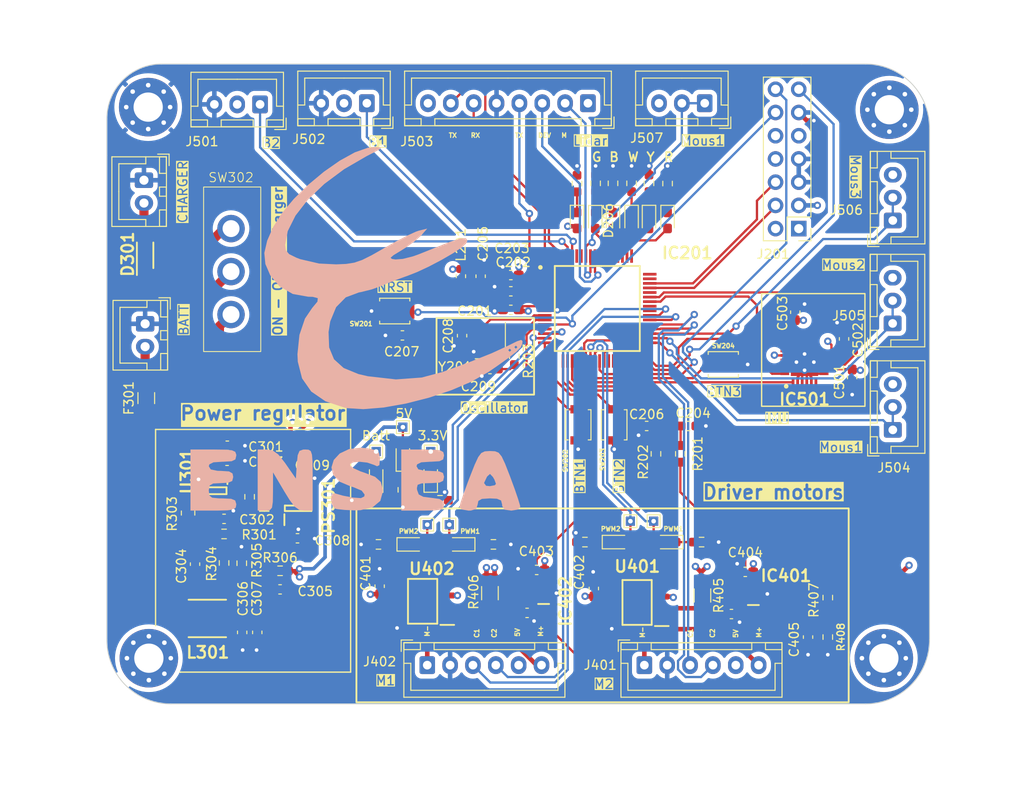
<source format=kicad_pcb>
(kicad_pcb (version 20221018) (generator pcbnew)
  (layers (0 "F.Cu" signal) (1 "In1.Cu" signal) (2 "In2.Cu" signal) (31 "B.Cu" signal) (34 "B.Paste" user) (35 "F.Paste" user) (36 "B.SilkS" user "B.Silkscreen") (37 "F.SilkS" user "F.Silkscreen") (38 "B.Mask" user) (39 "F.Mask" user) (44 "Edge.Cuts" user))
  (net 0 "")
  (net 1 "GND")
  (net 2 "Net-(Alim_batterie301-Pin_2)")
  (net 3 "Net-(Alim_charger301-Pin_2)")
  (net 4 "+BATT")
  (net 5 "/STM32G070RBT6/NRST")
  (net 6 "/STM32G070RBT6/OSC_IN")
  (net 7 "+3.3V")
  (net 8 "Net-(IC201-PA0)")
  (net 9 "/STM32G070RBT6/VREF")
  (net 10 "Net-(IC201-PA1)")
  (net 11 "+5V")
  (net 12 "Net-(C305-Pad1)")
  (net 13 "Net-(U301-SW)")
  (net 14 "Net-(C304-Pad2)")
  (net 15 "Net-(U301-VCC)")
  (net 16 "/Drivers_moteurs/REF")
  (net 17 "Net-(IC501-REGOUT)")
  (net 18 "Net-(D201-K)")
  (net 19 "Net-(D202-K)")
  (net 20 "/STM32G070RBT6/RED")
  (net 21 "Net-(D203-K)")
  (net 22 "/STM32G070RBT6/YELLOW")
  (net 23 "Net-(D204-K)")
  (net 24 "/STM32G070RBT6/BLUE")
  (net 25 "Net-(D205-K)")
  (net 26 "/STM32G070RBT6/WHITE")
  (net 27 "Net-(D206-K)")
  (net 28 "/STM32G070RBT6/GREEN")
  (net 29 "Net-(D301-A1)")
  (net 30 "LIDAR_RX")
  (net 31 "LIDAR_PWM")
  (net 35 "/STM32G070RBT6/OSC_OUT")
  (net 36 "/STM32G070RBT6/BUTTON_1")
  (net 37 "PWM_MOT2_CH1")
  (net 38 "PWM_MOT2_CH2")
  (net 39 "/STM32G070RBT6/BUTTON_2")
  (net 40 "SPI1_MOSI")
  (net 42 "/STM32G070RBT6/BUTTON_3")
  (net 43 "SPI1_SCK")
  (net 44 "PWM_MOT1_CH1")
  (net 45 "PWM_MOT1_CH2")
  (net 46 "/STM32G070RBT6/TX")
  (net 47 "/STM32G070RBT6/RX")
  (net 54 "Moustache_1")
  (net 55 "Moustache_2")
  (net 56 "Moustache_3")
  (net 57 "Codeur1_PH1")
  (net 58 "Codeur1_PH2")
  (net 59 "Codeur2_PH1")
  (net 60 "Codeur2_PH2")
  (net 63 "SPI1_CS")
  (net 64 "SPI1_MISO")
  (net 66 "/STM32G070RBT6/SWDIO")
  (net 67 "/STM32G070RBT6/SWCLK")
  (net 71 "Net-(D401-K)")
  (net 73 "LIDAR_DEV")
  (net 74 "LIDAR_M")
  (net 77 "Bordure_1")
  (net 78 "Bordure_2")
  (net 79 "LIDAR_TX")
  (net 80 "ADC_1")
  (net 81 "ADC_2")
  (net 86 "/Drivers_moteurs/Motor1-")
  (net 87 "/Drivers_moteurs/Motor1+")
  (net 88 "/Drivers_moteurs/Motor2+")
  (net 89 "/Drivers_moteurs/Motor2-")
  (net 95 "Moustache_4")
  (net 98 "Net-(U301-BST)")
  (net 99 "Net-(U301-FB)")
  (net 100 "Net-(U301-EN{slash}SYNC)")
  (net 101 "Net-(U301-PG)")
  (net 102 "Net-(D402-K)")
  (net 103 "Net-(D403-K)")
  (net 104 "Net-(D404-K)")
  (net 105 "Net-(SW302-B)")
  (net 108 "/Drivers_moteurs/In_1-")
  (net 109 "/Drivers_moteurs/In_2-")
  (footprint "Resistor_SMD:R_0603_1608Metric_Pad0.98x0.95mm_HandSolder" (layer "F.Cu") (at 188.341 51.0775 90)
    (fp_text reference "R205" hide)
    (fp_text value "3.3k" hide)
  )
  (footprint "Capacitor_SMD:C_0603_1608Metric_Pad1.08x0.95mm_HandSolder" (layer "F.Cu") (at 147.858 89.882)
    (fp_text reference "C308")
    (fp_text value "1uF" hide)
  )
  (footprint "LED_SMD:LED_0603_1608Metric_Pad1.05x0.95mm_HandSolder" (layer "F.Cu") (at 184.404 55.118 -90)
    (fp_text reference "D205" hide)
    (fp_text value "WHITE" hide)
  )
  (footprint "Capacitor_SMD:C_0603_1608Metric_Pad1.08x0.95mm_HandSolder" (layer "F.Cu") (at 156.845 95.123 90)
    (fp_text reference "C401")
    (fp_text value "1uF" hide)
  )
  (footprint "Resistor_SMD:R_0603_1608Metric_Pad0.98x0.95mm_HandSolder" (layer "F.Cu") (at 187.071 80.645 -90)
    (fp_text reference "R202")
    (fp_text value "10k" hide)
  )
  (footprint "Library:SOIC127P600X175-8N" (layer "F.Cu") (at 185.006 96.901 180)
    (fp_text reference "U401")
    (fp_text value "ZXBM5210-S" hide)
  )
  (footprint "Resistor_SMD:R_0805_2012Metric_Pad1.20x1.40mm_HandSolder" (layer "F.Cu") (at 135.89 87.122 -90)
    (fp_text reference "R303")
    (fp_text value "20" hide)
  )
  (footprint "TestPoint:TestPoint_THTPad_1.0x1.0mm_Drill0.5mm" (layer "F.Cu") (at 162.433 80.391)
    (fp_text reference "REF**" hide)
    (fp_text value "TestPoint_THTPad_1.0x1.0mm_Drill0.5mm" hide)
  )
  (footprint "MountingHole:MountingHole_3.2mm_M3_Pad_Via" (layer "F.Cu") (at 212.6 43)
    (fp_text reference "REFe" hide)
    (fp_text value "MountingHole_3.2mm_M3_Pad_Via" hide)
  )
  (footprint "Capacitor_SMD:C_0603_1608Metric_Pad1.08x0.95mm_HandSolder" (layer "F.Cu") (at 143.4575 100.1765 -90)
    (fp_text reference "C307")
    (fp_text value "22uF" hide)
  )
  (footprint "Capacitor_SMD:C_0603_1608Metric_Pad1.08x0.95mm_HandSolder" (layer "F.Cu") (at 180.274 95.377 90)
    (fp_text reference "C402")
    (fp_text value "1uF" hide)
  )
  (footprint "Resistor_SMD:R_0603_1608Metric_Pad0.98x0.95mm_HandSolder" (layer "F.Cu") (at 141.762 92.6105 -90)
    (fp_text reference "R305")
    (fp_text value "7.36k" hide)
  )
  (footprint "Capacitor_SMD:C_0603_1608Metric_Pad1.08x0.95mm_HandSolder" (layer "F.Cu") (at 136.652 92.71 90)
    (fp_text reference "C304")
    (fp_text value "0.1uF" hide)
  )
  (footprint "Capacitor_SMD:C_0603_1608Metric_Pad1.08x0.95mm_HandSolder" (layer "F.Cu") (at 186.055 77.597)
    (fp_text reference "C206")
    (fp_text value "5pF" hide)
  )
  (footprint "Resistor_SMD:R_0603_1608Metric_Pad0.98x0.95mm_HandSolder" (layer "F.Cu") (at 179.3005 90.297 180)
    (fp_text reference "R402" hide)
    (fp_text value "390R" hide)
  )
  (footprint "Capacitor_SMD:C_0603_1608Metric_Pad1.08x0.95mm_HandSolder" (layer "F.Cu") (at 203.708 100.6875 -90)
    (fp_text reference "C405")
    (fp_text value "100nF" hide)
  )
  (footprint "Library:SOT95P280X145-5N" (layer "F.Cu") (at 147.924 86.6 90)
    (fp_text reference "PS301")
    (fp_text value "MIC5317-3.3YM5-TR" hide)
  )
  (footprint "Connector_JST:JST_XH_B3B-XH-A_1x03_P2.50mm_Vertical" (layer "F.Cu") (at 212.979 55.118 90)
    (fp_text reference "J506")
    (fp_text value "Conn_01x03" hide)
  )
  (footprint "Connector_JST:JST_XH_B2B-XH-A_1x02_P2.50mm_Vertical" (layer "F.Cu") (at 131.064 50.713 -90)
    (fp_text reference "Alim_charger301" hide)
    (fp_text value "Conn_01x02" hide)
  )
  (footprint "TestPoint:TestPoint_THTPad_1.0x1.0mm_Drill0.5mm" (layer "F.Cu") (at 164.465 88.392)
    (fp_text reference "REF**" hide)
    (fp_text value "TestPoint_THTPad_1.0x1.0mm_Drill0.5mm" hide)
  )
  (footprint "Button_Switch_SMD:SW_SPST_B3U-1000P" (layer "F.Cu") (at 178.562 77.47 -90)
    (fp_text reference "SW202")
    (fp_text value "SW_Push" hide)
  )
  (footprint "Connector_JST:JST_XH_B3B-XH-A_1x03_P2.50mm_Vertical" (layer "F.Cu") (at 155.448 42.291 180)
    (fp_text reference "J502")
    (fp_text value "Conn_01x03" hide)
  )
  (footprint "Resistor_SMD:R_0603_1608Metric_Pad0.98x0.95mm_HandSolder" (layer "F.Cu") (at 139.827 92.583 -90)
    (fp_text reference "R304")
    (fp_text value "16k" hide)
  )
  (footprint "Resistor_SMD:R_1206_3216Metric_Pad1.30x1.75mm_HandSolder" (layer "F.Cu") (at 168.91 95.885 -90)
    (fp_text reference "R406")
    (fp_text value "0.015" hide)
  )
  (footprint "Capacitor_SMD:C_0603_1608Metric_Pad1.08x0.95mm_HandSolder" (layer "F.Cu") (at 190.627 77.597 180)
    (fp_text reference "C204")
    (fp_text value "5pF" hide)
  )
  (footprint "Capacitor_SMD:C_0603_1608Metric_Pad1.08x0.95mm_HandSolder" (layer "F.Cu") (at 140.155 81.407)
    (fp_text reference "C303")
    (fp_text value "0.1uF" hide)
  )
  (footprint "Resistor_SMD:R_0603_1608Metric_Pad0.98x0.95mm_HandSolder" (layer "F.Cu") (at 159.385 84.582 -90)
    (fp_text reference "R404" hide)
    (fp_text value "390" hide)
  )
  (footprint "Library:IMU" (layer "F.Cu") (at 203.318 70.632 90)
    (fp_text reference "IC501")
    (fp_text value "IIM-20670" hide)
  )
  (footprint "MountingHole:MountingHole_3.2mm_M3_Pad_Via" (layer "F.Cu") (at 212 103)
    (fp_text reference "REF**" hide)
    (fp_text value "MountingHole_3.2mm_M3_Pad_Via" hide)
  )
  (footprint "Capacitor_SMD:C_0603_1608Metric_Pad1.08x0.95mm_HandSolder" (layer "F.Cu") (at 147.955 83.312)
    (fp_text reference "C309")
    (fp_text value "1uF" hide)
  )
  (footprint "Capacitor_SMD:C_0603_1608Metric_Pad1.08x0.95mm_HandSolder" (layer "F.Cu") (at 174.023 93.345 180)
    (fp_text reference "C403")
    (fp_text value "100nF" hide)
  )
  (footprint "LED_SMD:LED_0603_1608Metric_Pad1.05x0.95mm_HandSolder" (layer "F.Cu") (at 156.464 83.185 90)
    (fp_text reference "D404" hide)
    (fp_text value "RED" hide)
  )
  (footprint "Resistor_SMD:R_0603_1608Metric_Pad0.98x0.95mm_HandSolder" (layer "F.Cu") (at 142.621 85.344 90)
    (fp_text reference "R302")
    (fp_text value "100k" hide)
  )
  (footprint "Connector_JST:JST_XH_B8B-XH-A_1x08_P2.50mm_Vertical" (layer "F.Cu") (at 179.632 42.291 180)
    (fp_text reference "J503")
    (fp_text value "Conn_01x08" hide)
  )
  (footprint "Connector_JST:JST_XH_B2B-XH-A_1x02_P2.50mm_Vertical" (layer "F.Cu") (at 131.191 66.421 -90)
    (fp_text reference "Alim_batterie301" hide)
    (fp_text value "Conn_01x02" hide)
  )
  (footprint "Library:SOT65P280X100-8N" (layer "F.Cu") (at 138.643 84.679 -90)
    (fp_text reference "U301")
    (fp_text value "MP1475DJ-LF-P" hide)
  )
  (footprint "Connector_JST:JST_XH_B3B-XH-A_1x03_P2.50mm_Vertical" (layer "F.Cu") (at 212.979 78.025 90)
    (fp_text reference "J504")
    (fp_text value "Conn_01x03" hide)
  )
  (footprint "Resistor_SMD:R_0603_1608Metric_Pad0.98x0.95mm_HandSolder" (layer "F.Cu") (at 205.867 96.3695 -90)
    (fp_text reference "R407")
    (fp_text value "100k" hide)
  )
  (footprint "Resistor_SMD:R_0603_1608Metric_Pad0.98x0.95mm_HandSolder" (layer "F.Cu") (at 189.738 80.645 -90)
    (fp_text reference "R201")
    (fp_text value "10k" hide)
  )
  (footprint "LED_SMD:LED_0603_1608Metric_Pad1.05x0.95mm_HandSolder" (layer "F.Cu") (at 182.372 55.132 -90)
    (fp_text reference "D204" hide)
    (fp_text value "BLUE" hide)
  )
  (footprint "Capacitor_SMD:C_0603_1608Metric_Pad1.08x0.95mm_HandSolder" (layer "F.Cu") (at 145.953 95.47)
    (fp_text reference "C305")
    (fp_text value "15pF" hide)
  )
  (footprint "Connector_JST:JST_XH_B3B-XH-A_1x03_P2.50mm_Vertical" (layer "F.Cu") (at 192.405 42.291 180)
    (fp_text reference "J507")
    (fp_text value "Conn_01x03" hide)
  )
  (footprint "Inductor_SMD:L_0603_1608Metric" (layer "F.Cu") (at 165.735 61.214 -90)
    (fp_text reference "L201")
    (fp_text value "6uH" hide)
  )
  (footprint "Capacitor_SMD:C_0603_1608Metric" (layer "F.Cu") (at 172.974 98.044)
    (fp_text reference "C407" hide)
    (fp_text value "10uF" hide)
  )
  (footprint "Resistor_SMD:R_0603_1608Metric_Pad0.98x0.95mm_HandSolder" (layer "F.Cu") (at 171.577 69.977 90)
    (fp_text reference "R203")
    (fp_text value "10R" hide)
  )
  (footprint "MountingHole:MountingHole_3.2mm_M3_Pad_Via" (layer "F.Cu") (at 131.6 103)
    (fp_text reference "REF**" hide)
    (fp_text value "MountingHole_3.2mm_M3_Pad_Via" hide)
  )
  (footprint "Resistor_SMD:R_1206_3216Metric_Pad1.30x1.75mm_HandSolder" (layer "F.Cu") (at 192.151 96.139 -90)
    (fp_text reference "R405")
    (fp_text value "0.015" hide)
  )
  (footprint "Resistor_SMD:R_0603_1608Metric_Pad0.98x0.95mm_HandSolder" (layer "F.Cu") (at 139.827 89.408 180)
    (fp_text reference "R301")
    (fp_text value "100k" hide)
  )
  (footprint "Capacitor_SMD:C_0603_1608Metric_Pad1.08x0.95mm_HandSolder" (layer "F.Cu") (at 171.196 61.087 180)
    (fp_text reference "C203")
    (fp_text value "4.7uF" hide)
  )
  (footprint "Capacitor_SMD:C_0603_1608Metric_Pad1.08x0.95mm_HandSolder" (layer "F.Cu") (at 141.8065 100.1765 -90)
    (fp_text reference "C306")
    (fp_text value "22uF" hide)
  )
  (footprint "Capacitor_SMD:C_0603_1608Metric_Pad1.08x0.95mm_HandSolder" (layer "F.Cu") (at 168.91 71.374)
    (fp_text reference "C209")
    (fp_text value "10pF" hide)
  )
  (footprint "TestPoint:TestPoint_THTPad_1.0x1.0mm_Drill0.5mm" (layer "F.Cu") (at 186.817 88.011)
    (fp_text reference "REF**" hide)
    (fp_text value "TestPoint_THTPad_1.0x1.0mm_Drill0.5mm" hide)
  )
  (footprint "Resistor_SMD:R_0603_1608Metric_Pad0.98x0.95mm_HandSolder" (layer "F.Cu") (at 184.404 51.054 90)
    (fp_text reference "R208" hide)
    (fp_text value "3.3k" hide)
  )
  (footprint "Library:SOIC127P600X175-8N" (layer "F.Cu") (at 161.544 96.774 180)
    (fp_text reference "U402")
    (fp_text value "ZXBM5210-S" hide)
  )
  (footprint "Library:SOT65P210X110-6N" (layer "F.Cu") (at 173.83 95.87 180)
    (fp_text reference "IC402")
    (fp_text value "NCS199A2RSQT2G" hide)
  )
  (footprint "Capacitor_SMD:C_0603_1608Metric_Pad1.08x0.95mm_HandSolder" (layer "F.Cu") (at 159.336 67.691 180)
    (fp_text reference "C207")
    (fp_text value "100nF" hide)
  )
  (footprint "Button_Switch_SMD:SW_SPST_B3U-1000P" (layer "F.Cu") (at 194.437 70.866)
    (fp_text reference "SW204")
    (fp_text value "SW_Push" hide)
  )
  (footprint "Resistor_SMD:R_0603_1608Metric_Pad0.98x0.95mm_HandSolder" (layer "F.Cu") (at 182.372 51.054 90)
    (fp_text reference "R207" hide)
    (fp_text value "3.3k" hide)
  )
  (footprint "Capacitor_SMD:C_0603_1608Metric_Pad1.08x0.95mm_HandSolder" (layer "F.Cu") (at 171.196 64.897 180)
    (fp_text reference "C201")
    (fp_text value "100nF" hide)
  )
  (footprint "Resistor_SMD:R_0603_1608Metric_Pad0.98x0.95mm_HandSolder" (layer "F.Cu") (at 156.718 90.551 180)
    (fp_text reference "R404" hide)
    (fp_text value "390R" hide)
  )
  (footprint "TestPoint:TestPoint_THTPad_1.0x1.0mm_Drill0.5mm" (layer "F.Cu") (at 159.385 77.724)
    (fp_text reference "REF**" hide)
    (fp_text value "TestPoint_THTPad_1.0x1.0mm_Drill0.5mm" hide)
  )
  (footprint "LED_SMD:LED_0603_1608Metric_Pad1.05x0.95mm_HandSolder" (layer "F.Cu") (at 165.608 90.551 180)
    (fp_text reference "D403" hide)
    (fp_text value "RED" hide)
  )
  (footprint "LED_SMD:LED_0603_1608Metric_Pad1.05x0.95mm_HandSolder" (layer "F.Cu") (at 188.355 90.297 180)
    (fp_text reference "D401" hide)
    (fp_text value "RED" hide)
  )
  (footprint "Crystal:Crystal_SMD_3225-4Pin_3.2x2.5mm" (layer "F.Cu") (at 168.949 68.242 90)
    (fp_text reference "Y201")
    (fp_text value "16MHz" hide)
  )
  (footprint "LED_SMD:LED_0603_1608Metric_Pad1.05x0.95mm_HandSolder" (layer "F.Cu") (at 160.401 90.551)
    (fp_text reference "D404" hide)
    (fp_text value "RED" hide)
  )
  (footprint "Capacitor_SMD:C_0603_1608Metric_Pad1.08x0.95mm_HandSolder" (layer "F.Cu") (at 202.311 65.151 -90)
    (fp_text reference "C503")
    (fp_text value "100nF" hide)
  )
  (footprint "Capacitor_SMD:C_0603_1608Metric_Pad1.08x0.95mm_HandSolder" (layer "F.Cu") (at 165.862 67.7175 -90)
    (fp_text reference "C208")
    (fp_text value "10pF" hide)
  )
  (footprint "Resistor_SMD:R_0603_1608Metric_Pad0.98x0.95mm_HandSolder" (layer "F.Cu") (at 169.291 90.551)
    (fp_text reference "R403" hide)
    (fp_text value "390R" hide)
  )
  (footprint "Connector_JST:JST_XH_B6B-XH-A_1x06_P2.50mm_Vertical" (layer "F.Cu") (at 162.052 103.759)
    (fp_text reference "J402")
    (fp_text value "Conn_01x06" hide)
  )
  (footprint "Capacitor_SMD:C_0603_1608Metric_Pad1.08x0.95mm_HandSolder" (layer "F.Cu") (at 171.196 62.865 180)
    (fp_text reference "C202")
    (fp_text value "100nF" hide)
  )
  (footprint "Capacitor_SMD:C_0603_1608Metric_Pad1.08x0.95mm_HandSolder" (layer "F.Cu") (at 140.1815 79.756)
    (fp_text reference "C301")
    (fp_text value "22uF" hide)
  )
  (footprint "LED_SMD:LED_0603_1608Metric_Pad1.05x0.95mm_HandSolder" (layer "F.Cu") (at 186.309 55.118 -90)
    (fp_text reference "D203" hide)
    (fp_text value "Yellow" hide)
  )
  (footprint "Library:logo_ensea" (layer "F.Cu") (at 152.527 66.802)
    (fp_text reference "G***" hide)
    (fp_text value "LOGO" hide)
  )
  (footprint "Capacitor_SMD:C_0603_1608Metric_Pad1.08x0.95mm_HandSolder" (layer "F.Cu") (at 208.534 72.2895 90)
    (fp_text reference "C501")
    (fp_text value "10nF" hide)
  )
  (footprint "Resistor_SMD:R_0603_1608Metric_Pad0.98x0.95mm_HandSolder" (layer "F.Cu") (at 145.953 93.438)
    (fp_text reference "R306")
    (fp_text value "40.2k" hide)
  )
  (footprint "TestPoint:TestPoint_THTPad_1.0x1.0mm_Drill0.5mm" (layer "F.Cu") (at 162.052 88.392)
    (fp_text reference "REF**" hide)
    (fp_text value "TestPoint_THTPad_1.0x1.0mm_Drill0.5mm" hide)
  )
  (footprint "Resistor_SMD:R_0603_1608Metric_Pad0.98x0.95mm_HandSolder" (layer "F.Cu") (at 192.0615 90.297)
    (fp_text reference "R401" hide)
    (fp_text value "390R" hide)
  )
  (footprint "Library:SOT65P210X110-6N" (layer "F.Cu") (at 196.774 95.984 180)
    (fp_text reference "IC401")
    (fp_text value "NCS199A2RSQT2G" hide)
  )
  (footprint "Button_Switch_SMD:SW_SPST_B3U-1000P" (layer "F.Cu") (at 158.496 65.024 180)
    (fp_text reference "SW201")
    (fp_text value "SW_Push" hide)
  )
  (footprint "Resistor_SMD:R_0603_1608Metric_Pad0.98x0.95mm_HandSolder" (layer "F.Cu") (at 155.575 85.725 180)
    (fp_text reference "R404" hide)
    (fp_text value "390" hide)
  )
  (footprint "Resistor_SMD:R_0603_1608Metric_Pad0.98x0.95mm_HandSolder" (layer "F.Cu") (at 178.435 51.0775 90)
    (fp_text reference "R204" hide)
    (fp_text value "3.3k" hide)
  )
  (footprint "Library:INDPM4141X210N" (layer "F.Cu") (at 137.9965 98.6525)
    (fp_text reference "L301")
    (fp_text value "4.7uH" hide)
  )
  (footprint "Connector_JST:JST_XH_B3B-XH-A_1x03_P2.50mm_Vertical" (layer "F.Cu") (at 143.764 42.418 180)
    (fp_text reference "J501")
    (fp_text value "Conn_01x03" hide)
  )
  (footprint "Resistor_SMD:R_0603_1608Metric_Pad0.98x0.95mm_HandSolder" (layer "F.Cu") (at 205.867 100.6875 -90)
    (fp_text reference "R408")
    (fp_text value "100k" hide)
  )
  (footprint "Capacitor_SMD:C_0603_1608Metric_Pad1.08x0.95mm_HandSolder" (layer "F.Cu") (at 139.827 87.757 180)
    (fp_text reference "C302")
    (fp_text value "0.1uF" hide)
  )
  (footprint "TestPoint:TestPoint_THTPad_1.0x1.0mm_Drill0.5mm" (layer "F.Cu") (at 184.277 88.011)
    (fp_text reference "REF**" hide)
    (fp_text value "TestPoint_THTPad_1.0x1.0mm_Drill0.5mm" hide)
  )
  (footprint "Library:SODFL3718X108N" (layer "F.Cu") (at 131.191 58.928 90)
    (fp_text reference "D301")
    (fp_text value "1.5KExxA" hide)
  )
  (footprint "TestPoint:TestPoint_THTPad_1.0x1.0mm_Drill0.5mm" (layer "F.Cu") (at 156.464 80.391)
    (fp_text reference "REF**" hide)
    (fp_text value "TestPoint_THTPad_1.0x1.0mm_Drill0.5mm" hide)
  )
  (footprint "Library:QFP50P1200X1200X160-64N" (layer "F.Cu") (at 180.654 64.747)
    (fp_text reference "IC201")
    (fp_text value "STM32G070RBT6" hide)
  )
  (footprint "LED_SMD:LED_0603_1608Metric_Pad1.05x0.95mm_HandSolder" (layer "F.Cu") (at 188.341 55.118 -90)
    (fp_text reference "D202" hide)
    (fp_text value "RED" hide)
  )
  (footprint "Capacitor_SMD:C_0603_1608Metric_Pad1.08x0.95mm_HandSolder" (layer "F.Cu") (at 167.894 61.214 90)
    (fp_text reference "C205")
    (fp_text value "100nF" hide)
  )
  (footprint "Capacitor_SMD:C_0603_1608Metric_Pad1.08x0.95mm_HandSolder" (layer "F.Cu") (at 207.645 68.072 -90)
    (fp_text reference "C502")
    (fp_text value "100nF" hide)
  )
  (footprint "LED_SMD:LED_0603_1608Metric_Pad1.05x0.95mm_HandSolder" (layer "F.Cu") (at 182.8565 90.297)
    (fp_text reference "D402" hide)
    (fp_text value "RED" hide)
  )
  (footprint "Capacitor_SMD:C_0603_1608Metric_Pad1.08x0.95mm_HandSolder" (layer "F.Cu") (at 196.84 93.556 180)
    (fp_text reference "C404")
    (fp_text value "100nF" hide)
  )
  (footprint "LED_SMD:LED_0603_1608Metric_Pad1.05x0.95mm_HandSolder" (layer "F.Cu") (at 162.433 83.185 90)
    (fp_text reference "D404" hide)
    (fp_text value "RED" hide)
  )
  (footprint "Connector_PinHeader_2.54mm:PinHeader_2x07_P2.54mm_Vertical" (layer "F.Cu") (at 202.692 56.007 180)
    (fp_text reference "J201")
    (fp_text value "Conn_02x07_Odd_Even" hide)
  )
  (footprint "Resistor_SMD:R_0603_1608Metric_Pad0.98x0.95mm_HandSolder" (layer "F.Cu") (at 180.467 51.054 90)
    (fp_text reference "R209" hide)
    (fp_text value "3.3k" hide)
  )
  (footprint "Fuse:Fuse_1206_3216Metric" (layer "F.Cu") (at 131.318 74.549 -90)
    (fp_text reference "F301")
    (fp_text value "Polyfuse" hide)
  )
  (footprint "Button_Switch_SMD:SW_SPST_B3U-1000P" (layer "F.Cu") (at 182.499 77.47 -90)
    (fp_text reference "SW203")
    (fp_text value "SW_Push" hide)
  )
  (footprint "Resistor_SMD:R_0603_1608Metric_Pad0.98x0.95mm_HandSolder" (layer "F.Cu") (at 163.449 85.725 180)
    (fp_text reference "R404" hide)
    (fp_text value "390" hide)
  )
  (footprint "Connector_JST:JST_XH_B6B-XH-A_1x06_P2.50mm_Vertical" (layer "F.Cu") (at 185.801 103.759)
    (fp_text reference "J401")
    (fp_text value "Conn_01x06" hide)
  )
  (footprint "LED_SMD:LED_0603_1608Metric_Pad1.05x0.95mm_HandSolder" (layer "F.Cu") (at 178.435 55.118 -90)
    (fp_text reference "D201" hide)
    (fp_text value "LED_ON" hide)
  )
  (footprint "Library:Switch-3" (layer "F.Cu") (at 140.589 60.707 90)
    (fp_text reference "SW302")
    (fp_text value "Switch" hide)
  )
  (footprint "Connector_JST:JST_XH_B3B-XH-A_1x03_P2.50mm_Vertical" (layer "F.Cu") (at 212.962 66.381 90)
    (fp_text reference "J505")
    (fp_text value "Conn_01x03" hide)
  )
  (footprint "LED_SMD:LED_0603_1608Metric_Pad1.05x0.95mm_HandSolder" (layer "F.Cu") (at 159.385 80.885 90)
    (fp_text reference "D404" hide)
    (fp_text value "RED" hide)
  )
  (footprint "Capacitor_SMD:C_0603_1608Metric" (layer "F.Cu") (at 195.326 98.171)
    (fp_text reference "C406" hide)
    (fp_text value "10uF" hide)
  )
  (footprint "Resistor_SMD:R_0603_1608Metric_Pad0.98x0.95mm_HandSolder" (layer "F.Cu") (at 186.309 51.054 90)
    (fp_text reference "R206" hide)
    (fp_text value "3.3k" hide)
  )
  (footprint "MountingHole:MountingHole_3.2mm_M3_Pad_Via" (layer "F.Cu") (at 131.525944 42.718056)
    (fp_text reference "REF**" hide)
    (fp_text value "MountingHole_3.2mm_M3_Pad_Via" hide)
  )
  (footprint "LED_SMD:LED_0603_1608Metric_Pad1.05x0.95mm_HandSolder" (layer "F.Cu") (at 180.434 55.132 -90)
    (fp_text reference "D206")
    (fp_text value "GREEN")
  )
  (gr_rect (start 198.628 63.119) (end 209.931 75.438) (stroke (width 0.15)) (fill none) (layer "F.SilkS"))
  (gr_rect (start 154.305 86.614) (end 208.153 107.823) (stroke (width 0.2)) (fill none) (layer "F.SilkS"))
  (gr_rect (start 163.068 65.786) (end 173.736 74.168) (stroke (width 0.2)) (fill none) (layer "F.SilkS"))
  (gr_line (start 153.67 77.978) (end 153.67 104.521) (stroke (width 0.15)) (layer "F.SilkS"))
  (gr_line (start 132.334 77.978) (end 132.334 99.441) (stroke (width 0.15)) (layer "F.SilkS"))
  (gr_line (start 153.67 77.978) (end 132.334 77.978) (stroke (width 0.15)) (layer "F.SilkS"))
  (gr_line (start 153.67 104.521) (end 135.001 104.521) (stroke (width 0.15)) (layer "F.SilkS"))
  (gr_arc (start 127 44) (mid 128.757359 39.757359) (end 133 38) (stroke (width 0.1)) (layer "Edge.Cuts"))
  (gr_line (start 217 45) (end 217 101) (stroke (width 0.1)) (layer "Edge.Cuts"))
  (gr_line (start 127 48) (end 127 44) (stroke (width 0.1)) (layer "Edge.Cuts"))
  (gr_arc (start 217 101) (mid 214.949747 105.949747) (end 210 108) (stroke (width 0.1)) (layer "Edge.Cuts"))
  (gr_line (start 134 108) (end 210 108) (stroke (width 0.1)) (layer "Edge.Cuts"))
  (gr_line (start 127 48) (end 127 101) (stroke (width 0.1)) (layer "Edge.Cuts"))
  (gr_arc (start 134 108) (mid 129.050253 105.949747) (end 127 101) (stroke (width 0.1)) (layer "Edge.Cuts"))
  (gr_arc (start 210 38) (mid 214.949747 40.050253) (end 217 45) (stroke (width 0.1)) (layer "Edge.Cuts"))
  (gr_line (start 203 38) (end 210 38) (stroke (width 0.1)) (layer "Edge.Cuts"))
  (gr_line (start 133 38) (end 136 38) (stroke (width 0.1)) (layer "Edge.Cuts"))
  (gr_line (start 136 38) (end 203 38) (stroke (width 0.1)) (layer "Edge.Cuts"))
  (gr_text "M-\n\n" (at 186.69 100.838 90) (layer "F.SilkS") (effects (font (size 0.5 0.5) (thickness 0.125)) (justify left bottom)))
  (gr_text "C1" (at 191.135 100.838 90) (layer "F.SilkS") (effects (font (size 0.5 0.5) (thickness 0.125) bold) (justify left bottom)))
  (gr_text "R" (at 187.833 48.768) (layer "F.SilkS") (effects (font (size 1 1) (thickness 0.1875)) (justify left bottom)))
  (gr_text "Oscillator\n" (at 165.608 76.2) (layer "F.SilkS" knockout) (effects (font (size 1 1)) (justify left bottom)))
  (gr_text "CHARGER" (at 135.89 55.499 90) (layer "F.SilkS" knockout) (effects (font (size 1 1)) (justify left bottom)))
  (gr_text "Driver motors\n" (at 192.024 85.725) (layer "F.SilkS" knockout) (effects (font (size 1.5 1.5) (thickness 0.3) bold) (justify left bottom)))
  (gr_text "M2\n" (at 180.213 106.426) (layer "F.SilkS" knockout) (effects (font (size 1 1)) (justify left bottom)))
  (gr_text "G" (at 179.959 48.768) (layer "F.SilkS") (effects (font (size 1 1) (thickness 0.1875)) (justify left bottom)))
  (gr_text "W" (at 183.896 48.768) (layer "F.SilkS") (effects (font (size 1 1) (thickness 0.1875)) (justify left bottom)))
  (gr_text "M1" (at 156.337 106.045) (layer "F.SilkS" knockout) (effects (font (size 1 1)) (justify left bottom)))
  (gr_text "C1" (at 167.767 100.838 90) (layer "F.SilkS") (effects (font (size 0.5 0.5) (thickness 0.125) bold) (justify left bottom)))
  (gr_text "BATT" (at 136.017 67.818 90) (layer "F.SilkS" knockout) (effects (font (size 1 1)) (justify left bottom)))
  (gr_text "B2\n" (at 143.891 47.244) (layer "F.SilkS" knockout) (effects (font (size 1 1)) (justify left bottom)))
  (gr_text "Power regulator\n" (at 134.874 77.089) (layer "F.SilkS" knockout) (effects (font (size 1.5 1.5) (thickness 0.3) bold) (justify left bottom)))
  (gr_text "NRST" (at 156.464 62.992) (layer "F.SilkS" knockout) (effects (font (size 1 1)) (justify left bottom)))
  (gr_text "Mous1" (at 204.851 80.518) (layer "F.SilkS" knockout) (effects (font (size 1 1)) (justify left bottom)))
  (gr_text "C2\n" (at 193.548 100.838 90) (layer "F.SilkS") (effects (font (size 0.5 0.5) (thickness 0.125) bold) (justify left bottom)))
  (gr_text "Lidar" (at 177.927 46.99) (layer "F.SilkS" knockout) (effects (font (size 1 1)) (justify left bottom)))
  (gr_text "PWM1\n" (at 165.608 89.408) (layer "F.SilkS") (effects (font (size 0.5 0.5) (thickness 0.125) bold) (justify left bottom)))
  (gr_text "C2\n" (at 169.672 100.838 90) (layer "F.SilkS") (effects (font (size 0.5 0.5) (thickness 0.125) bold) (justify left bottom)))
  (gr_text "Mous2" (at 205.105 60.579) (layer "F.SilkS" knockout) (effects (font (size 1 1)) (justify left bottom)))
  (gr_text "ON - OFF - Charger" (at 146.304 67.818 90) (layer "F.SilkS" knockout) (effects (font (size 1 1) (thickness 0.2) bold) (justify left bottom)))
  (gr_text "PWM2" (at 158.877 89.408) (layer "F.SilkS") (effects (font (size 0.5 0.5) (thickness 0.125) bold) (justify left bottom)))
  (gr_text "PWM2" (at 180.975 89.154) (layer "F.SilkS") (effects (font (size 0.5 0.5) (thickness 0.125) bold) (justify left bottom)))
  (gr_text "PWM1\n" (at 187.833 89.154) (layer "F.SilkS") (effects (font (size 0.5 0.5) (thickness 0.125) bold) (justify left bottom)))
  (gr_text "Mous3" (at 208.28 47.879 270) (layer "F.SilkS" knockout) (effects (font (size 1 1)) (justify left bottom)))
  (gr_text "Batt" (at 154.813 79.248) (layer "F.SilkS") (effects (font (size 1 1)) (justify left bottom)))
  (gr_text "M-\n\n\n" (at 163.957 100.711 90) (layer "F.SilkS") (effects (font (size 0.5 0.5) (thickness 0.125)) (justify left bottom)))
  (gr_text "Y" (at 185.928 48.768) (layer "F.SilkS") (effects (font (size 1 1) (thickness 0.1875)) (justify left bottom)))
  (gr_text "5V\n" (at 196.088 100.838 90) (layer "F.SilkS") (effects (font (size 0.5 0.5) (thickness 0.125)) (justify left bottom)))
  (gr_text "M" (at 176.657 46.101) (layer "F.SilkS") (effects (font (size 0.5 0.5) (thickness 0.125)) (justify left bottom)))
  (gr_text "5V\n" (at 172.212 100.711 90) (layer "F.SilkS") (effects (font (size 0.5 0.5) (thickness 0.125)) (justify left bottom)))
  (gr_text "B" (at 181.864 48.768) (layer "F.SilkS") (effects (font (size 1 1) (thickness 0.1875)) (justify left bottom)))
  (gr_text "BTN2" (at 183.642 85.09 90) (layer "F.SilkS" knockout) (effects (font (size 1 1)) (justify left bottom)))
  (gr_text "5V\n" (at 158.496 76.835) (layer "F.SilkS") (effects (font (size 1 1)) (justify left bottom)))
  (gr_text "3.3V" (at 160.909 79.248) (layer "F.SilkS") (effects (font (size 1 1)) (justify left bottom)))
  (gr_text "M+\n" (at 198.628 100.838 90) (layer "F.SilkS") (effects (font (size 0.5 0.5) (thickness 0.125)) (justify left bottom)))
  (gr_text "IMU\n" (at 198.882 77.343) (layer "F.SilkS" knockout) (effects (font (size 1 1)) (justify left bottom)))
  (gr_text "B1" (at 155.575 47.117) (layer "F.SilkS" knockout) (effects (font (size 1 1)) (justify left bottom)))
  (gr_text "BTN3" (at 192.532 74.422) (layer "F.SilkS" knockout) (effects (font (size 1 1)) (justify left bottom)))
  (gr_text "TX" (at 164.338 46.101) (layer "F.SilkS") (effects (font (size 0.5 0.5) (thickness 0.125)) (justify left bottom)))
  (gr_text "DEV" (at 174.117 46.101) (layer "F.SilkS") (effects (font (size 0.5 0.5) (thickness 0.125)) (justify left bottom)))
  (gr_text "BTN1" (at 179.324 85.09 90) (layer "F.SilkS" knockout) (effects (font (size 1 1)) (justify left bottom)))
  (gr_text "Mous1" (at 189.738 46.99) (layer "F.SilkS" knockout) (effects (font (size 1 1)) (justify left bottom)))
  (gr_text "RX" (at 166.751 46.101) (layer "F.SilkS") (effects (font (size 0.5 0.5) (thickness 0.125)) (justify left bottom)))
  (gr_text "M+\n" (at 174.752 100.711 90) (layer "F.SilkS") (effects (font (size 0.5 0.5) (thickness 0.125)) (justify left bottom)))
  (gr_text "TX" (at 171.577 46.101) (layer "F.SilkS") (effects (font (size 0.5 0.5) (thickness 0.125)) (justify left bottom)))
  (segment (start 203.708 71.882) (end 203.327 71.501) (width 0.25) (layer "F.Cu") (net 1))
  (segment (start 143.4575 102.0335) (end 143.383 102.108) (width 0.5) (layer "F.Cu") (net 1))
  (segment (start 196.215 99.06) (end 196.215 98.285) (width 0.5) (layer "F.Cu") (net 1))
  (segment (start 197.104 70.866) (end 196.137 70.866) (width 0.5) (layer "F.Cu") (net 1))
  (segment (start 203.568 71.742) (end 203.327 71.501) (width 0.25) (layer "F.Cu") (net 1))
  (segment (start 159.385 86.487) (end 159.385 85.4945) (width 0.5) (layer "F.Cu") (net 1))
  (segment (start 149.699 89.882) (end 149.733 89.916) (width 0.5) (layer "F.Cu") (net 1))
  (segment (start 141.8065 102.0555) (end 141.859 102.108) (width 0.5) (layer "F.Cu") (net 1))
  (segment (start 202.568 72.26) (end 203.327 71.501) (width 0.25) (layer "F.Cu") (net 1))
  (segment (start 203.568 69.482) (end 203.327 69.723) (width 0.25) (layer "F.Cu") (net 1))
  (segment (start 163.957 85.3205) (end 164.3615 85.725) (width 0.5) (layer "F.Cu") (net 1))
  (segment (start 173.736 98.057) (end 173.749 98.044) (width 0.5) (layer "F.Cu") (net 1))
  (segment (start 170.2065 65.024) (end 170.3335 64.897) (width 0.5) (layer "F.Cu") (net 1))
  (segment (start 182.306 98.806) (end 182.306 99.708) (width 0.5) (layer "F.Cu") (net 1))
  (segment (start 170.307 60.198) (end 170.307 61.0605) (width 0.5) (layer "F.Cu") (net 1))
  (segment (start 158.75 99.695) (end 158.75 98.773) (width 0.5) (layer "F.Cu") (net 1))
  (segment (start 206.883 66.4475) (end 207.645 67.2095) (width 0.5) (layer "F.Cu") (net 1))
  (segment (start 185.1925 78.5865) (end 185.166 78.613) (width 0.5) (layer "F.Cu") (net 1))
  (segment (start 180.203 94.4435) (end 180.274 94.5145) (width 0.5) (layer "F.Cu") (net 1))
  (segment (start 203.568 72.782) (end 203.568 71.742) (width 0.25) (layer "F.Cu") (net 1))
  (segment (start 199.253 95.969) (end 199.238 95.984) (width 0.5) (layer "F.Cu") (net 1))
  (segment (start 164.973 68.834) (end 165.608 68.834) (width 0.5) (layer "F.Cu") (net 1))
  (segment (start 203.068 68.482) (end 203.068 69.464) (width 0.25) (layer "F.Cu") (net 1))
  (segment (start 204.343 44.196) (end 203.581 44.196) (width 0.5) (layer "F.Cu") (net 1))
  (segment (start 206.883 66.294) (end 206.883 66.4475) (width 0.5) (layer "F.Cu") (net 1))
  (segment (start 158.75 98.773) (end 158.844 98.679) (width 0.5) (layer "F.Cu") (net 1))
  (segment (start 141.0175 81.407) (end 142.113 81.407) (width 0.5) (layer "F.Cu") (net 1))
  (segment (start 176.182 95.885) (end 176.167 95.87) (width 0.5) (layer "F.Cu") (net 1))
  (segment (start 182.499 79.17) (end 182.499 80.137) (width 0.5) (layer "F.Cu") (net 1))
  (segment (start 168.275 59.9705) (end 167.894 60.3515) (width 0.5) (layer "F.Cu") (net 1))
  (segment (start 202.168 70.882) (end 202.438 70.612) (width 0.25) (layer "F.Cu") (net 1))
  (segment (start 141.762 91.698) (end 141.762 90.835) (width 0.5) (layer "F.Cu") (net 1))
  (segment (start 202.568 72.782) (end 202.568 72.26) (width 0.25) (layer "F.Cu") (net 1))
  (segment (start 188.341 49.149) (end 188.341 50.165) (width 0.5) (layer "F.Cu") (net 1))
  (segment (start 153.797 85.725) (end 154.6625 85.725) (width 0.5) (layer "F.Cu") (net 1))
  (segment (start 191.4895 77.597) (end 192.532 77.597) (width 0.5) (layer "F.Cu") (net 1))
  (segment (start 178.562 79.17) (end 178.562 80.137) (width 0.5) (layer "F.Cu") (net 1))
  (segment (start 186.309 49.149) (end 186.309 50.1415) (width 0.5) (layer "F.Cu") (net 1))
  (segment (start 170.2035 90.551) (end 171.196 90.551) (width 0.5) (layer "F.Cu") (net 1))
  (segment (start 165.608 68.834) (end 165.862 68.58) (width 0.5) (layer "F.Cu") (net 1))
  (segment (start 204.068 72.242) (end 203.327 71.501) (width 0.25) (layer "F.Cu") (net 1))
  (segment (start 185.1925 77.597) (end 185.1925 78.5865) (width 0.5) (layer "F.Cu") (net 1))
  (segment (start 203.708 102.616) (end 203.708 101.55) (width 0.5) (layer "F.Cu") (net 1))
  (segment (start 167.972 69.469) (end 168.099 69.342) (width 1) (layer "F.Cu") (net 1))
  (segment (start 147.924 87.85) (end 147.924 88.869) (width 0.5) (layer "F.Cu") (net 1))
  (segment (start 173.1605 93.345) (end 172.118 93.345) (width 0.5) (layer "F.Cu") (net 1))
  (segment (start 168.275 59.436) (end 168.275 59.9705) (width 0.5) (layer "F.Cu") (net 1))
  (segment (start 208.534 73.152) (end 208.534 74.168) (width 0.5) (layer "F.Cu") (net 1))
  (segment (start 205.867 102.616) (end 205.867 101.6) (width 0.5) (layer "F.Cu") (net 1))
  (segment (start 204.343 69.723) (end 204.684 69.382) (width 0.25) (layer "F.Cu") (net 1))
  (segment (start 170.307 61.0605) (end 170.3335 61.087) (width 0.5) (layer "F.Cu") (net 1))
  (segment (start 196.215 98.285) (end 196.101 98.171) (width 0.5) (layer "F.Cu") (net 1))
  (segment (start 167.132 69.469) (end 167.972 69.469) (width 1) (layer "F.Cu") (net 1))
  (segment (start 178.435 49.149) (end 178.435 50.165) (width 0.5) (layer "F.Cu") (net 1))
  (segment (start 180.203 93.556) (end 180.203 94.4435) (width 0.5) (layer "F.Cu") (net 1))
  (segment (start 143.4575 101.039) (end 143.4575 102.0335) (width 0.5) (layer "F.Cu") (net 1))
  (segment (start 148.8175 83.312) (end 149.733 83.312) (width 0.5) (layer "F.Cu") (net 1))
  (segment (start 140.6895 87.0215) (end 140.843 86.868) (width 0.5) (layer "F.Cu") (net 1))
  (segment (start 203.327 69.723) (end 204.343 69.723) (width 0.25) (layer "F.Cu") (net 1))
  (segment (start 156.845 94.2605) (end 156.845 93.218) (width 0.5) (layer "F.Cu") (net 1))
  (segment (start 184.404 49.149) (end 184.404 50.1415) (width 0.5) (layer "F.Cu") (net 1))
  (segment (start 163.957 84.836) (end 163.957 85.3205) (width 0.5) (layer "F.Cu") (net 1))
  (segment (start 141.762 90.835) (end 141.732 90.805) (width 0.5) (layer "F.Cu") (net 1))
  (segment (start 202.311 64.2885) (end 203.3005 64.2885) (width 0.5) (layer "F.Cu") (net 1))
  (segment (start 141.044 79.756) (end 142.113 79.756) (width 0.5) (layer "F.Cu") (net 1))
  (segment (start 169.418 62.357) (end 169.8255 62.357) (width 0.5) (layer "F.Cu") (net 1))
  (segment (start 204.068 68.982) (end 203.327 69.723) (width 0.25) (layer "F.Cu") (net 1))
  (segment (start 205.468 71.882) (end 203.708 71.882) (width 0.25) (layer "F.Cu") (net 1))
  (segment (start 148.7205 89.882) (end 149.699 89.882) (width 0.5) (layer "F.Cu") (net 1))
  (segment (start 174.916 64.997) (end 176.176 64.997) (width 0.25) (layer "F.Cu") (net 1))
  (segment (start 204.068 72.782) (end 204.068 72.242) (width 0.25) (layer "F.Cu") (net 1))
  (segment (start 137.608 83.439) (end 137.643 83.404) (width 0.5) (layer "F.Cu") (net 1))
  (segment (start 182.372 49.149) (end 182.372 50.1415) (width 0.5) (layer "F.Cu") (net 1))
  (segment (start 203.3005 64.2885) (end 203.327 64.262) (width 0.5) (layer "F.Cu") (net 1))
  (segment (start 192.974 90.297) (end 193.929 90.297) (width 0.5) (layer "F.Cu") (net 1))
  (segment (start 201.168 70.882) (end 202.168 70.882) (width 0.25) (layer "F.Cu") (net 1))
  (segment (start 156.796 65.024) (end 155.956 65.024) (width 0.5) (layer "F.Cu") (net 1))
  (segment (start 137.643 83.404) (end 137.643 83.379) (width 0.5) (layer "F.Cu") (net 1))
  (segment (start 155.8055 90.551) (end 154.813 90.551) (width 0.5) (layer "F.Cu") (net 1))
  (segment (start 204.684 69.382) (end 205.468 69.382) (width 0.25) (layer "F.Cu") (net 1))
  (segment (start 176.176 64.997) (end 176.276 64.897) (width 0.25) (layer "F.Cu") (net 1))
  (segment (start 169.418 65.024) (end 170.2065 65.024) (width 0.5) (layer "F.Cu") (net 1))
  (segment (start 176.167 95.87) (end 175.119949 95.87) (width 0.5) (layer "F.Cu") (net 1))
  (segment (start 195.9775 93.556) (end 195.9775 92.6935) (width 0.5) (layer "F.Cu") (net 1))
  (segment (start 202.568 68.482) (end 202.568 68.964) (width 0.25) (layer "F.Cu") (net 1))
  (segment (start 202.568 68.964) (end 203.327 69.723) (width 0.25) (layer "F.Cu") (net 1))
  (segment (start 173.736 98.933) (end 173.736 98.057) (width 0.5) (layer "F.Cu") (net 1))
  (segment (start 178.388 90.297) (end 178.388 89.361) (width 0.5) (layer "F.Cu") (net 1))
  (segment (start 141.8065 101.039) (end 141.8065 102.0555) (width 0.5) (layer "F.Cu") (net 1))
  (segment (start 140.6895 87.757) (end 140.6895 87.0215) (width 0.5) (layer "F.Cu") (net 1))
  (segment (start 178.388 89.361) (end 178.308 89.281) (width 0.5) (layer "F.Cu") (net 1))
  (segment (start 169.8255 62.357) (end 170.3335 62.865) (width 0.5) (layer "F.Cu") (net 1))
  (segment (start 168.021 71.4005) (end 168.0475 71.374) (width 1) (layer "F.Cu") (net 1))
  (segment (start 137.033 83.439) (end 137.608 83.439) (width 0.5) (layer "F.Cu") (net 1))
  (segment (start 203.068 71.76) (end 203.327 71.501) (width 0.25) (layer "F.Cu") (net 1))
  (segment (start 180.467 49.149) (end 180.467 50.1415) (width 0.5) (layer "F.Cu") (net 1))
  (segment (start 168.021 72.136) (end 168.021 71.4005) (width 1) (layer "F.Cu") (net 1))
  (segment (start 182.306 99.708) (end 182.235 99.779) (width 0.5) (layer "F.Cu") (net 1))
  (segment (start 158.4735 67.691) (end 157.48 67.691) (width 0.5) (layer "F.Cu") (net 1))
  (segment (start 204.068 68.482) (end 204.068 68.982) (width 0.25) (layer "F.Cu") (net 1))
  (segment (start 172.118 93.345) (end 171.991 93.218) (width 0.5) (layer "F.Cu") (net 1))
  (segment (start 195.9775 92.6935) (end 195.951 92.667) (width 0.5) (layer "F.Cu") (net 1))
  (segment (start 203.068 72.782) (end 203.068 71.76) (width 0.25) (layer "F.Cu") (net 1))
  (segment (start 199.238 95.984) (end 198.063949 95.984) (width 0.5) (layer "F.Cu") (net 1))
  (segment (start 203.568 68.482) (end 203.568 69.482) (width 0.25) (layer "F.Cu") (net 1))
  (segment (start 203.068 69.464) (end 203.327 69.723) (width 0.25) (layer "F.Cu") (net 1))
  (segment (start 203.581 44.196) (end 202.692 43.307) (width 0.5) (layer "F.Cu") (net 1))
  (segment (start 147.924 88.869) (end 147.955 88.9) (width 0.5) (layer "F.Cu") (net 1))
  (via (at 176.182 95.885) (size 0.8) (drill 0.4) (layers "F.Cu" "B.Cu") (net 1))
  (via (at 199.253 95.969) (size 0.8) (drill 0.4) (layers "F.Cu" "B.Cu") (net 1))
  (via (at 203.708 102.616) (size 0.8) (drill 0.4) (layers "F.Cu" "B.Cu") (net 1))
  (via (at 158.75 99.695) (size 0.8) (drill 0.4) (layers "F.Cu" "B.Cu") (net 1))
  (via (at 171.991 93.218) (size 0.8) (drill 0.4) (layers "F.Cu" "B.Cu") (net 1))
  (via (at 204.343 70.612) (size 0.8) (drill 0.4) (layers "F.Cu" "B.Cu") (net 1))
  (via (at 188.341 49.149) (size 0.8) (drill 0.4) (layers "F.Cu" "B.Cu") (net 1))
  (via (at 180.203 93.556) (size 0.8) (drill 0.4) (layers "F.Cu" "B.Cu") (net 1))
  (via (at 173.736 98.933) (size 0.8) (drill 0.4) (layers "F.Cu" "B.Cu") (net 1))
  (via (at 164.973 68.834) (size 0.8) (drill 0.4) (layers "F.Cu" "B.Cu") (net 1))
  (via (at 205.867 102.616) (size 0.8) (drill 0.4) (layers "F.Cu" "B.Cu") (net 1))
  (via (at 203.327 64.262) (size 0.8) (drill 0.4) (layers "F.Cu" "B.Cu") (net 1))
  (via (at 203.327 69.723) (size 0.8) (drill 0.4) (layers "F.Cu" "B.Cu") (net 1))
  (via (at 143.383 102.108) (size 0.8) (drill 0.4) (layers "F.Cu" "B.Cu") (net 1))
  (via (at 195.951 92.667) (size 0.8) (drill 0.4) (layers "F.Cu" "B.Cu") (net 1))
  (via (at 170.307 60.198) (size 0.8) (drill 0.4) (layers "F.Cu" "B.Cu") (net 1))
  (via (at 206.883 66.294) (size 0.8) (drill 0.4) (layers "F.Cu" "B.Cu") (net 1))
  (via (at 184.404 49.149) (size 0.8) (drill 0.4) (layers "F.Cu" "B.Cu") (net 1))
  (via (at 140.843 86.868) (size 0.8) (drill 0.4) (layers "F.Cu" "B.Cu") (net 1))
  (via (at 196.215 99.06) (size 0.8) (drill 0.4) (layers "F.Cu" "B.Cu") (net 1))
  (via (at 142.113 81.407) (size 0.8) (drill 0.4) (layers "F.Cu" "B.Cu") (net 1))
  (via (at 157.48 67.691) (size 0.8) (drill 0.4) (layers "F.Cu" "B.Cu") (net 1))
  (via (at 167.132 69.469) (size 0.8) (drill 0.4) (layers "F.Cu" "B.Cu") (net 1))
  (via (at 147.955 88.9) (size 0.8) (drill 0.4) (layers "F.Cu" "B.Cu") (net 1))
  (via (at 137.033 83.439) (size 0.8) (drill 0.4) (layers "F.Cu" "B.Cu") (net 1))
  (via (at 141.732 90.805) (size 0.8) (drill 0.4) (layers "F.Cu" "B.Cu") (net 1))
  (via (at 193.929 90.297) (size 0.8) (drill 0.4) (layers "F.Cu" "B.Cu") (net 1))
  (via (at 163.957 84.836) (size 0.8) (drill 0.4) (layers "F.Cu" "B.Cu") (net 1))
  (via (at 180.467 49.149) (size 0.8) (drill 0.4) (layers "F.Cu" "B.Cu") (net 1))
  (via (at 156.845 93.218) (size 0.8) (drill 0.4) (layers "F.Cu" "B.Cu") (net 1))
  (via (at 154.813 90.551) (size 0.8) (drill 0.4) (layers "F.Cu" "B.Cu") (net 1))
  (via (at 182.235 99.779) (size 0.8) (drill 0.4) (layers "F.Cu" "B.Cu") (net 1))
  (via (at 185.166 78.613) (size 0.8) (drill 0.4) (layers "F.Cu" "B.Cu") (net 1))
  (via (at 171.196 90.551) (size 0.8) (drill 0.4) (layers "F.Cu" "B.Cu") (net 1))
  (via (at 202.438 70.612) (size 0.8) (drill 0.4) (layers "F.Cu" "B.Cu") (net 1))
  (via (at 176.276 64.897) (size 0.8) (drill 0.4) (layers "F.Cu" "B.Cu") (net 1))
  (via (at 192.532 77.597) (size 0.8) (drill 0.4) (layers "F.Cu" "B.Cu") (net 1))
  (via (at 142.113 79.756) (size 0.8) (drill 0.4) (layers "F.Cu" "B.Cu") (net 1))
  (via (at 204.343 44.196) (size 0.8) (drill 0.4) (layers "F.Cu" "B.Cu") (net 1))
  (via (at 182.499 80.137) (size 0.8) (drill 0.4) (layers "F.Cu" "B.Cu") (net 1))
  (via (at 186.309 49.149) (size 0.8) (drill 0.4) (layers "F.Cu" "B.Cu") (net 1))
  (via (at 141.859 102.108) (size 0.8) (drill 0.4) (layers "F.Cu" "B.Cu") (net 1))
  (via (at 153.797 85.725) (size 0.8) (drill 0.4) (layers "F.Cu" "B.Cu") (net 1))
  (via (at 169.418 62.357) (size 0.8) (drill 0.4) (layers "F.Cu" "B.Cu") (net 1))
  (via (at 149.733 83.312) (size 0.8) (drill 0.4) (layers "F.Cu" "B.Cu") (net 1))
  (via (at 168.021 72.136) (size 0.8) (drill 0.4) (layers "F.Cu" "B.Cu") (net 1))
  (via (at 197.104 70.866) (size 0.8) (drill 0.4) (layers "F.Cu" "B.Cu") (net 1))
  (via (at 178.435 49.149) (size 0.8) (drill 0.4) (layers "F.Cu" "B.Cu") (net 1))
  (via (at 169.418 65.024) (size 0.8) (drill 0.4) (layers "F.Cu" "B.Cu") (net 1))
  (via (at 178.562 80.137) (size 0.8) (drill 0.4) (layers "F.Cu" "B.Cu") (net 1))
  (via (at 203.327 71.501) (size 0.8) (drill 0.4) (layers "F.Cu" "B.Cu") (net 1))
  (via (at 208.534 74.168) (size 0.8) (drill 0.4) (layers "F.Cu" "B.Cu") (net 1))
  (via (at 168.275 59.436) (size 0.8) (drill 0.4) (layers "F.Cu" "B.Cu") (net 1))
  (via (at 155.956 65.024) (size 0.8) (drill 0.4) (layers "F.Cu" "B.Cu") (net 1))
  (via (at 182.372 49.149) (size 0.8) (drill 0.4) (layers "F.Cu" "B.Cu") (net 1))
  (via (at 178.308 89.281) (size 0.8) (drill 0.4) (layers "F.Cu" "B.Cu") (net 1))
  (via (at 159.385 86.487) (size 0.8) (drill 0.4) (layers "F.Cu" "B.Cu") (net 1))
  (via (at 149.733 89.916) (size 0.8) (drill 0.4) (layers "F.Cu" "B.Cu") (net 1))
  (segment (start 131.191 68.921) (end 131.191 73.022) (width 1) (layer "F.Cu") (net 2))
  (segment (start 131.191 73.022) (end 131.318 73.149) (width 1) (layer "F.Cu") (net 2))
  (segment (start 131.064 53.213) (end 131.064 57.401) (width 1) (layer "F.Cu") (net 3))
  (segment (start 156.845 95.9855) (end 155.8555 95.9855) (width 0.5) (layer "F.Cu") (net 4))
  (segment (start 169.418 93.86) (end 168.943 94.335) (width 0.5) (layer "F.Cu") (net 4))
  (segment (start 192.659 92.964) (end 192.639 92.964) (width 0.5) (layer "F.Cu") (net 4))
  (segment (start 138.968 83.379) (end 138.968 84.204) (width 0.25) (layer "F.Cu") (net 4))
  (segment (start 192.929 95.334) (end 192.014 94.419) (width 0.25) (layer "F.Cu") (net 4))
  (segment (start 172.88 95.22) (end 169.828 95.22) (width 0.25) (layer "F.Cu") (net 4))
  (segment (start 139.2925 81.407) (end 139.2925 79.7825) (width 0.4) (layer "F.Cu") (net 4))
  (segment (start 158.844 96.139) (end 156.9985 96.139) (width 0.5) (layer "F.Cu") (net 4))
  (segment (start 139.319 79.756) (end 139.319 66.677) (width 1) (layer "F.Cu") (net 4))
  (segment (start 188.882 96.266) (end 188.966 96.35) (width 0.5) (layer "F.Cu") (net 4))
  (segment (start 139.319 66.677) (end 140.589 65.407) (width 1) (layer "F.Cu") (net 4))
  (segment (start 179.3305 96.2395) (end 179.314 96.223) (width 0.5) (layer "F.Cu") (net 4))
  (segment (start 168.529 93.921) (end 168.943 94.335) (width 0.5) (layer "F.Cu") (net 4))
  (segment (start 180.274 96.2395) (end 179.3305 96.2395) (width 0.5) (layer "F.Cu") (net 4))
  (segment (start 156.4875 85.725) (end 156.4875 84.0835) (width 0.25) (layer "F.Cu") (net 4))
  (segment (start 192.014 94.419) (end 192.014 93.589) (width 0.5) (layer "F.Cu") (net 4))
  (segment (start 139.2925 81.407) (end 138.968 81.7315) (width 0.25) (layer "F.Cu") (net 4))
  (segment (start 187.706 96.266) (end 188.882 96.266) (width 0.5) (layer "F.Cu") (net 4))
  (segment (start 156.464 82.31) (end 156.464 80.391) (width 0.25) (layer "F.Cu") (net 4))
  (segment (start 139.1955 84.4315) (end 142.621 84.4315) (width 0.25) (layer "F.Cu") (net 4))
  (segment (start 169.828 95.22) (end 168.943 94.335) (width 0.25) (layer "F.Cu") (net 4))
  (segment (start 195.824 95.334) (end 192.929 95.334) (width 0.25) (layer "F.Cu") (net 4))
  (segment (start 192.639 92.964) (end 192.014 93.589) (width 0.5) (layer "F.Cu") (net 4))
  (segment (start 155.8555 95.9855) (end 155.829 96.012) (width 0.5) (layer "F.Cu") (net 4))
  (segment (start 138.968 84.204) (end 139.1955 84.4315) (width 0.25) (layer "F.Cu") (net 4))
  (segment (start 138.968 81.7315) (end 138.968 83.506) (width 0.4) (layer "F.Cu") (net 4))
  (segment (start 164.244 96.139) (end 165.354 96.139) (width 0.5) (layer "F.Cu") (net 4))
  (segment (start 168.529 93.091) (end 168.529 93.921) (width 0.5) (layer "F.Cu") (net 4))
  (segment (start 182.306 96.266) (end 180.3005 96.266) (width 0.5) (layer "F.Cu") (net 4))
  (segment (start 169.418 93.091) (end 169.418 93.86) (width 0.5) (layer "F.Cu") (net 4))
  (segment (start 156.9985 96.139) (end 156.845 95.9855) (width 0.5) (layer "F.Cu") (net 4))
  (segment (start 192.014 93.589) (end 191.389 92.964) (width 0.5) (layer "F.Cu") (net 4))
  (segment (start 180.3005 96.266) (end 180.274 96.2395) (width 0.5) (layer "F.Cu") (net 4))
  (segment (start 156.4875 84.0835) (end 156.464 84.06) (width 0.25) (layer "F.Cu") (net 4))
  (via (at 169.418 93.091) (size 0.8) (drill 0.4) (layers "F.Cu" "B.Cu") (net 4))
  (via (at 188.966 96.35) (size 0.8) (drill 0.4) (layers "F.Cu" "B.Cu") (net 4))
  (via (at 155.829 96.012) (size 0.8) (drill 0.4) (layers "F.Cu" "B.Cu") (net 4))
  (via (at 168.529 93.091) (size 0.8) (drill 0.4) (layers "F.Cu" "B.Cu") (net 4))
  (via (at 165.354 96.139) (size 0.8) (drill 0.4) (layers "F.Cu" "B.Cu") (net 4))
  (via (at 192.659 92.964) (size 0.8) (drill 0.4) (layers "F.Cu" "B.Cu") (net 4))
  (via (at 191.389 92.964) (size 0.8) (drill 0.4) (layers "F.Cu" "B.Cu") (net 4))
  (via (at 179.314 96.223) (size 0.8) (drill 0.4) (layers "F.Cu" "B.Cu") (net 4))
  (segment (start 177.851 66.497) (end 177.927 66.421) (width 0.25) (layer "F.Cu") (net 5))
  (segment (start 174.916 66.497) (end 177.851 66.497) (width 0.25) (layer "F.Cu") (net 5))
  (segment (start 161.036 65.151) (end 160.323 65.151) (width 0.25) (layer "F.Cu") (net 5))
  (segment (start 160.196 65.024) (end 160.196 67.6885) (width 0.25) (layer "F.Cu") (net 5))
  (segment (start 160.323 65.151) (end 160.196 65.024) (width 0.25) (layer "F.Cu") (net 5))
  (segment (start 160.196 67.6885) (end 160.1985 67.691) (width 0.25) (layer "F.Cu") (net 5))
  (via (at 161.036 65.151) (size 0.8) (drill 0.4) (layers "F.Cu" "B.Cu") (net 5))
  (via (at 177.927 66.421) (size 0.8) (drill 0.4) (layers "F.Cu" "B.Cu") (net 5))
  (segment (start 177.927 66.421) (end 177.255 65.749) (width 0.25) (layer "B.Cu") (net 5))
  (segment (start 177.255 65.749) (end 168.619 65.749) (width 0.25) (layer "B.Cu") (net 5))
  (segment (start 177.927 65.532) (end 200.152 43.307) (width 0.25) (layer "B.Cu") (net 5))
  (segment (start 177.927 66.421) (end 177.927 65.532) (width 0.25) (layer "B.Cu") (net 5))
  (segment (start 168.619 65.749) (end 168.021 65.151) (width 0.25) (layer "B.Cu") (net 5))
  (segment (start 168.021 65.151) (end 161.036 65.151) (width 0.25) (layer "B.Cu") (net 5))
  (segment (start 166.149 67.142) (end 165.862 66.855) (width 0.25) (layer "F.Cu") (net 6))
  (segment (start 168.9645 65.95) (end 168.099 66.8155) (width 0.25) (layer "F.Cu") (net 6))
  (segment (start 173.289104 65.95) (end 173.742104 65.497) (width 0.25) (layer "F.Cu") (net 6))
  (segment (start 168.099 67.142) (end 166.149 67.142) (width 0.25) (layer "F.Cu") (net 6))
  (segment (start 168.9645 65.95) (end 173.289104 65.95) (width 0.25) (layer "F.Cu") (net 6))
  (segment (start 168.099 66.8155) (end 168.099 67.142) (width 0.25) (layer "F.Cu") (net 6))
  (segment (start 173.742104 65.497) (end 174.916 65.497) (width 0.25) (layer "F.Cu") (net 6))
  (segment (start 147.0925 79.0945) (end 148.971 77.216) (width 0.5) (layer "F.Cu") (net 7))
  (segment (start 164.846 60.452) (end 165.7095 60.452) (width 0.5) (layer "F.Cu") (net 7))
  (segment (start 178.195 55.753) (end 178.435 55.993) (width 0.5) (layer "F.Cu") (net 7))
  (segment (start 197.724 93.5775) (end 197.7025 93.556) (width 0.5) (layer "F.Cu") (net 7))
  (segment (start 147.0925 77.4435) (end 147.32 77.216) (width 0.5) (layer "F.Cu") (net 7))
  (segment (start 174.916 64.497) (end 172.4585 64.497) (width 0.25) (layer "F.Cu") (net 7))
  (segment (start 205.867 95.457) (end 212.137 95.457) (width 0.5) (layer "F.Cu") (net 7))
  (segment (start 172.1855 65.024) (end 172.0585 64.897) (width 0.5) (layer "F.Cu") (net 7))
  (segment (start 212.137 95.457) (end 214.757 92.837) (width 0.5) (layer "F.Cu") (net 7))
  (segment (start 162.433 84.06) (end 162.433 85.6215) (width 0.25) (layer "F.Cu") (net 7))
  (segment (start 147.0925 79.0945) (end 147.0925 77.4435) (width 0.5) (layer "F.Cu") (net 7))
  (segment (start 197.7025 92.6935) (end 197.729 92.667) (width 0.5) (layer "F.Cu") (net 7))
  (segment (start 174.78 95.22) (end 174.78 93.4505) (width 0.5) (layer "F.Cu") (net 7))
  (segment (start 147.0925 83.312) (end 147.0925 79.0945) (width 0.5) (layer "F.Cu") (net 7))
  (segment (start 197.724 95.334) (end 197.724 93.5775) (width 0.5) (layer "F.Cu") (net 7))
  (segment (start 197.7025 93.556) (end 197.7025 92.6935) (width 0.5) (layer "F.Cu") (net 7))
  (segment (start 174.8855 93.345) (end 174.8855 92.3555) (width 0.5) (layer "F.Cu") (net 7))
  (segment (start 173.101 65.024) (end 172.1855 65.024) (width 0.5) (layer "F.Cu") (net 7))
  (segment (start 162.433 82.31) (end 162.433 80.391) (width 0.25) (layer "F.Cu") (net 7))
  (segment (start 172.4585 64.497) (end 172.0585 64.897) (width 0.25) (layer "F.Cu") (net 7))
  (segment (start 172.085 60.198) (end 172.085 61.0605) (width 0.5) (layer "F.Cu") (net 7))
  (segment (start 174.916 63.497) (end 172.6905 63.497) (width 0.25) (layer "F.Cu") (net 7))
  (segment (start 162.433 85.6215) (end 162.5365 85.725) (width 0.25) (layer "F.Cu") (net 7))
  (segment (start 174.78 93.4505) (end 174.8855 93.345) (width 0.5) (layer "F.Cu") (net 7))
  (segment (start 146.974 85.35) (end 146.974 83.664) (width 0.5) (layer "F.Cu") (net 7))
  (segment (start 172.0585 62.865) (end 172.0585 61.087) (width 0.25) (layer "F.Cu") (net 7))
  (segment (start 172.6905 63.497) (end 172.0585 62.865) (width 0.25) (layer "F.Cu") (net 7))
  (segment (start 165.7095 60.452) (end 165.735 60.4265) (width 0.5) (layer "F.Cu") (net 7))
  (segment (start 172.085 61.0605) (end 172.0585 61.087) (width 0.5) (layer "F.Cu") (net 7))
  (segment (start 177.419 55.753) (end 178.195 55.753) (width 0.5) (layer "F.Cu") (net 7))
  (segment (start 174.8855 92.3555) (end 174.912 92.329) (width 0.5) (layer "F.Cu") (net 7))
  (via (at 174.912 92.329) (size 0.8) (drill 0.4) (layers "F.Cu" "B.Cu") (net 7))
  (via (at 148.971 77.216) (size 0.8) (drill 0.4) (layers "F.Cu" "B.Cu") (net 7))
  (via (at 164.846 60.452) (size 0.8) (drill 0.4) (layers "F.Cu" "B.Cu") (net 7))
  (via (at 177.419 55.753) (size 0.8) (drill 0.4) (layers "F.Cu" "B.Cu") (net 7))
  (via (at 214.757 92.837) (size 0.8) (drill 0.4) (layers "F.Cu" "B.Cu") (net 7))
  (via (at 204.724 53.467) (size 0.8) (drill 0.4) (layers "F.Cu" "B.Cu") (net 7))
  (via (at 147.32 77.216) (size 0.8) (drill 0.4) (layers "F.Cu" "B.Cu") (net 7))
  (via (at 173.101 65.024) (size 0.8) (drill 0.4) (layers "F.Cu" "B.Cu") (net 7))
  (via (at 197.729 92.667) (size 0.8) (drill 0.4) (layers "F.Cu" "B.Cu") (net 7))
  (via (at 172.085 60.198) (size 0.8) (drill 0.4) (layers "F.Cu" "B.Cu") (net 7))
  (segment (start 204.724 53.467) (end 202.692 53.467) (width 0.5) (layer "B.Cu") (net 7))
  (segment (start 183.065 73.718) (end 186.9175 77.5705) (width 0.25) (layer "F.Cu") (net 8))
  (segment (start 186.9175 77.5705) (end 186.9175 77.597) (width 0.25) (layer "F.Cu") (net 8))
  (segment (start 186.9175 79.579) (end 187.071 79.7325) (width 0.25) (layer "F.Cu") (net 8))
  (segment (start 176.904 70.485) (end 176.904 72.762604) (width 0.25) (layer "F.Cu") (net 8))
  (segment (start 176.904 72.762604) (end 177.859396 73.718) (width 0.25) (layer "F.Cu") (net 8))
  (segment (start 177.859396 73.718) (end 183.065 73.718) (width 0.25) (layer "F.Cu") (net 8))
  (segment (start 186.9175 77.597) (end 186.9175 79.579) (width 0.25) (layer "F.Cu") (net 8))
  (segment (start 166.0015 62.0765) (end 165.989 62.089) (width 0.25) (layer "F.Cu") (net 9))
  (segment (start 167.894 62.611) (end 167.894 62.0765) (width 0.25) (layer "F.Cu") (net 9))
  (segment (start 169.28 63.997) (end 167.894 62.611) (width 0.25) (layer "F.Cu") (net 9))
  (segment (start 167.894 62.0765) (end 166.0015 62.0765) (width 0.25) (layer "F.Cu") (net 9))
  (segment (start 174.916 63.997) (end 169.28 63.997) (width 0.25) (layer "F.Cu") (net 9))
  (segment (start 177.404 70.485) (end 177.404 72.626208) (width 0.25) (layer "F.Cu") (net 10))
  (segment (start 185.4355 73.268) (end 189.7645 77.597) (width 0.25) (layer "F.Cu") (net 10))
  (segment (start 178.045792 73.268) (end 185.4355 73.268) (width 0.25) (layer "F.Cu") (net 10))
  (segment (start 189.7645 79.706) (end 189.738 79.7325) (width 0.25) (layer "F.Cu") (net 10))
  (segment (start 189.7645 77.597) (end 189.7645 79.706) (width 0.25) (layer "F.Cu") (net 10))
  (segment (start 177.404 72.626208) (end 178.045792 73.268) (width 0.25) (layer "F.Cu") (net 10))
  (segment (start 147.413 93.438) (end 148.082 94.107) (width 0.4) (layer "F.Cu") (net 11))
  (segment (start 145.411 99.314) (end 146.969 97.756) (width 0.4) (layer "F.Cu") (net 11))
  (segment (start 202.3375 66.04) (end 202.311 66.0135) (width 0.5) (layer "F.Cu") (net 11))
  (segment (start 202.068 68.482) (end 202.068 67.437) (width 0.25) (layer "F.Cu") (net 11))
  (segment (start 209.423 71.501) (end 208.608 71.501) (width 0.5) (layer "F.Cu") (net 11))
  (segment (start 159.385 83.6695) (end 159.385 81.76) (width 0.25) (layer "F.Cu") (net 11))
  (segment (start 206.216 69.882) (end 205.468 69.882) (width 0.25) (layer "F.Cu") (net 11))
  (segment (start 205.867 68.326) (end 206.268 68.727) (width 0.25) (layer "F.Cu") (net 11))
  (segment (start 202.068 66.2565) (end 202.311 66.0135) (width 0.25) (layer "F.Cu") (net 11))
  (segment (start 206.268 68.727) (end 206.268 69.83) (width 0.25) (layer "F.Cu") (net 11))
  (segment (start 141.145 98.6525) (end 141.8065 99.314) (width 0.5) (layer "F.Cu") (net 11))
  (segment (start 159.385 80.01) (end 159.385 77.724) (width 0.25) (layer "F.Cu") (net 11))
  (segment (start 208.489 71.382) (end 208.534 71.427) (width 0.25) (layer "F.Cu") (net 11))
  (segment (start 200.057 69.882) (end 201.168 69.882) (width 0.25) (layer "F.Cu") (net 11))
  (segment (start 146.8655 93.438) (end 146.974 93.3295) (width 0.4) (layer "F.Cu") (net 11))
  (segment (start 143.4575 99.314) (end 141.8065 99.314) (width 0.4) (layer "F.Cu") (net 11))
  (segment (start 139.5465 98.6525) (end 141.145 98.6525) (width 0.5) (layer "F.Cu") (net 11))
  (segment (start 203.2 66.04) (end 202.3375 66.04) (width 0.5) (layer "F.Cu") (net 11))
  (segment (start 146.969 93.5415) (end 146.8655 93.438) (width 0.4) (layer "F.Cu") (net 11))
  (segment (start 208.608 71.501) (end 208.534 71.427) (width 0.5) (layer "F.Cu") (net 11))
  (segment (start 205.468 71.382) (end 208.489 71.382) (width 0.25) (layer "F.Cu") (net 11))
  (segment (start 146.969 97.756) (end 146.969 93.5415) (width 0.4) (layer "F.Cu") (net 11))
  (segment (start 202.068 67.437) (end 202.068 66.2565) (width 0.25) (layer "F.Cu") (net 11))
  (segment (start 146.974 93.3295) (end 146.974 87.85) (width 0.4) (layer "F.Cu") (net 11))
  (segment (start 146.8655 93.438) (end 147.413 93.438) (width 0.4) (layer "F.Cu") (net 11))
  (segment (start 206.268 69.83) (end 206.216 69.882) (width 0.25) (layer "F.Cu") (net 11))
  (segment (start 143.4575 99.314) (end 145.411 99.314) (width 0.4) (layer "F.Cu") (net 11))
  (segment (start 147.862 93.438) (end 148.082 93.218) (width 0.4) (layer "F.Cu") (net 11))
  (segment (start 146.8655 93.438) (end 147.862 93.438) (width 0.4) (layer "F.Cu") (net 11))
  (segment (start 200.025 69.85) (end 200.057 69.882) (width 0.25) (layer "F.Cu") (net 11))
  (via (at 200.025 69.85) (size 0.8) (drill 0.4) (layers "F.Cu" "B.Cu") (net 11))
  (via (at 203.2 66.04) (size 0.8) (drill 0.4) (layers "F.Cu" "B.Cu") (net 11))
  (via (at 209.423 71.501) (size 0.8) (drill 0.4) (layers "F.Cu" "B.Cu") (net 11))
  (via (at 205.867 68.326) (size 0.8) (drill 0.4) (layers "F.Cu" "B.Cu") (net 11))
  (via (at 148.082 93.218) (size 0.8) (drill 0.4) (layers "F.Cu" "B.Cu") (net 11))
  (via (at 148.082 94.107) (size 0.8) (drill 0.4) (layers "F.Cu" "B.Cu") (net 11))
  (segment (start 150.876 91.948) (end 150.876 84.179) (width 0.4) (layer "B.Cu") (net 11))
  (segment (start 157.331 77.724) (end 159.385 77.724) (width 0.4) (layer "B.Cu") (net 11))
  (segment (start 149.606 93.218) (end 150.876 91.948) (width 0.4) (layer "B.Cu") (net 11))
  (segment (start 150.876 84.179) (end 157.331 77.724) (width 0.4) (layer "B.Cu") (net 11))
  (segment (start 148.082 93.218) (end 149.606 93.218) (width 0.4) (layer "B.Cu") (net 11))
  (segment (start 139.827 93.4955) (end 144.983 93.4955) (width 0.25) (layer "F.Cu") (net 12))
  (segment (start 145.0405 93.438) (end 145.0405 95.42) (width 0.25) (layer "F.Cu") (net 12))
  (segment (start 144.983 93.4955) (end 145.0405 93.438) (width 0.25) (layer "F.Cu") (net 12))
  (segment (start 145.0405 95.42) (end 145.0905 95.47) (width 0.25) (layer "F.Cu") (net 12))
  (segment (start 138.318 82.184) (end 137.922 81.788) (width 0.4) (layer "F.Cu") (net 13))
  (segment (start 135.509 93.472) (end 136.5515 93.472) (width 0.4) (layer "F.Cu") (net 13))
  (segment (start 137.922 81.788) (end 137.029 81.788) (width 0.4) (layer "F.Cu") (net 13))
  (segment (start 133.858 84.959) (end 133.858 91.821) (width 0.4) (layer "F.Cu") (net 13))
  (segment (start 136.652 93.5725) (end 136.398 93.8265) (width 0.25) (layer "F.Cu") (net 13))
  (segment (start 136.652 93.5725) (end 136.4465 93.778) (width 0.25) (layer "F.Cu") (net 13))
  (segment (start 136.5515 93.472) (end 136.652 93.5725) (width 0.25) (layer "F.Cu") (net 13))
  (segment (start 133.858 91.821) (end 135.509 93.472) (width 0.4) (layer "F.Cu") (net 13))
  (segment (start 137.029 81.788) (end 133.858 84.959) (width 0.4) (layer "F.Cu") (net 13))
  (segment (start 136.4465 93.778) (end 136.4465 98.6525) (width 0.4) (layer "F.Cu") (net 13))
  (segment (start 138.318 83.506) (end 138.318 82.184) (width 0.4) (layer "F.Cu") (net 13))
  (segment (start 136.652 91.8475) (end 136.652 88.884) (width 0.25) (layer "F.Cu") (net 14))
  (segment (start 136.652 88.884) (end 135.89 88.122) (width 0.25) (layer "F.Cu") (net 14))
  (segment (start 138.968 86.106) (end 138.968 89.374) (width 0.25) (layer "F.Cu") (net 15))
  (segment (start 174.78 99.088) (end 182.499 106.807) (width 0.25) (layer "F.Cu") (net 16))
  (segment (start 182.499 106.807) (end 199.39 106.807) (width 0.25) (layer "F.Cu") (net 16))
  (segment (start 199.39 106.807) (end 201.422 104.775) (width 0.25) (layer "F.Cu") (net 16))
  (segment (start 197.724 96.634) (end 200.915 99.825) (width 0.25) (layer "F.Cu") (net 16))
  (segment (start 201.422 102.111) (end 203.708 99.825) (width 0.25) (layer "F.Cu") (net 16))
  (segment (start 203.708 99.825) (end 205.817 99.825) (width 0.25) (layer "F.Cu") (net 16))
  (segment (start 205.817 99.825) (end 205.867 99.775) (width 0.5) (layer "F.Cu") (net 16))
  (segment (start 200.915 99.825) (end 203.708 99.825) (width 0.25) (layer "F.Cu") (net 16))
  (segment (start 205.867 97.282) (end 205.867 99.775) (width 0.25) (layer "F.Cu") (net 16))
  (segment (start 201.422 104.775) (end 201.422 102.111) (width 0.25) (layer "F.Cu") (net 16))
  (segment (start 174.78 96.52) (end 174.78 99.088) (width 0.25) (layer "F.Cu") (net 16))
  (segment (start 207.645 69.85) (end 207.645 68.9345) (width 0.25) (layer "F.Cu") (net 17))
  (segment (start 207.113 70.382) (end 207.645 69.85) (width 0.25) (layer "F.Cu") (net 17))
  (segment (start 205.468 70.382) (end 207.113 70.382) (width 0.25) (layer "F.Cu") (net 17))
  (segment (start 178.435 54.243) (end 178.435 51.99) (width 0.25) (layer "F.Cu") (net 18))
  (segment (start 188.341 54.243) (end 188.341 51.99) (width 0.25) (layer "F.Cu") (net 19))
  (segment (start 187.041 57.293) (end 188.341 55.993) (width 0.25) (layer "F.Cu") (net 20))
  (segment (start 183.904 59.009) (end 183.904 58.107896) (width 0.25) (layer "F.Cu") (net 20))
  (segment (start 184.718896 57.293) (end 187.041 57.293) (width 0.25) (layer "F.Cu") (net 20))
  (segment (start 183.904 58.107896) (end 184.718896 57.293) (width 0.25) (layer "F.Cu") (net 20))
  (segment (start 186.309 54.243) (end 186.309 51.9665) (width 0.25) (layer "F.Cu") (net 21))
  (segment (start 185.459 56.843) (end 186.309 55.993) (width 0.25) (layer "F.Cu") (net 22))
  (segment (start 183.404 57.9715) (end 184.5325 56.843) (width 0.25) (layer "F.Cu") (net 22))
  (segment (start 183.404 59.009) (end 183.404 57.9715) (width 0.25) (layer "F.Cu") (net 22))
  (segment (start 184.5325 56.843) (end 185.459 56.843) (width 0.25) (layer "F.Cu") (net 22))
  (segment (start 182.372 54.257) (end 182.372 51.9665) (width 0.25) (layer "F.Cu") (net 23))
  (segment (start 182.404 56.039) (end 182.372 56.007) (width 0.25) (layer "F.Cu") (net 24))
  (segment (start 182.404 59.009) (end 182.404 56.039) (width 0.25) (layer "F.Cu") (net 24))
  (segment (start 184.404 54.243) (end 184.404 51.9665) (width 0.25) (layer "F.Cu") (net 25))
  (segment (start 182.904 59.009) (end 182.904 57.493) (width 0.25) (layer "F.Cu") (net 26))
  (segment (start 182.904 57.493) (end 184.404 55.993) (width 0.25) (layer "F.Cu") (net 26))
  (segment (start 180.467 54.257) (end 180.467 51.9665) (width 0.25) (layer "F.Cu") (net 27))
  (segment (start 180.467 56.5345) (end 180.467 56.007) (width 0.25) (layer "F.Cu") (net 28))
  (segment (start 181.904 57.9715) (end 180.467 56.5345) (width 0.25) (layer "F.Cu") (net 28))
  (segment (start 181.904 59.009) (end 181.904 57.9715) (width 0.25) (layer "F.Cu") (net 28))
  (segment (start 131.191 60.528) (end 131.242 60.579) (width 1) (layer "F.Cu") (net 29))
  (segment (start 135.256 60.579) (end 140.587 55.248) (width 1) (layer "F.Cu") (net 29))
  (segment (start 131.242 60.579) (end 135.256 60.579) (width 1) (layer "F.Cu") (net 29))
  (segment (start 167.132 46.99) (end 167.132 42.291) (width 0.25) (layer "F.Cu") (net 30))
  (segment (start 174.916 60.997) (end 174.916 54.774) (width 0.25) (layer "F.Cu") (net 30))
  (segment (start 174.916 54.774) (end 167.132 46.99) (width 0.25) (layer "F.Cu") (net 30))
  (segment (start 173.8785 61.497) (end 173.228 60.8465) (width 0.25) (layer "F.Cu") (net 31))
  (segment (start 174.916 61.497) (end 173.8785 61.497) (width 0.25) (layer "F.Cu") (net 31))
  (segment (start 173.228 60.8465) (end 173.228 54.356) (width 0.25) (layer "F.Cu") (net 31))
  (via (at 173.228 54.356) (size 0.8) (drill 0.4) (layers "F.Cu" "B.Cu") (net 31))
  (segment (start 172.132 53.26) (end 172.132 42.291) (width 0.25) (layer "B.Cu") (net 31))
  (segment (start 173.228 54.356) (end 172.132 53.26) (width 0.25) (layer "B.Cu") (net 31))
  (segment (start 169.799 69.342) (end 169.799 71.3475) (width 0.25) (layer "F.Cu") (net 35))
  (segment (start 171.0925 71.374) (end 171.577 70.8895) (width 0.25) (layer "F.Cu") (net 35))
  (segment (start 171.577 68.326) (end 173.906 65.997) (width 0.25) (layer "F.Cu") (net 35))
  (segment (start 173.906 65.997) (end 174.916 65.997) (width 0.25) (layer "F.Cu") (net 35))
  (segment (start 169.7725 71.374) (end 171.0925 71.374) (width 0.25) (layer "F.Cu") (net 35))
  (segment (start 169.799 71.3475) (end 169.7725 71.374) (width 0.25) (layer "F.Cu") (net 35))
  (segment (start 171.577 69.0645) (end 171.577 68.326) (width 0.25) (layer "F.Cu") (net 35))
  (segment (start 172.916 67.623396) (end 172.916 71.189) (width 0.25) (layer "F.Cu") (net 36))
  (segment (start 177.497 75.77) (end 178.562 75.77) (width 0.25) (layer "F.Cu") (net 36))
  (segment (start 173.542396 66.997) (end 172.916 67.623396) (width 0.25) (layer "F.Cu") (net 36))
  (segment (start 174.916 66.997) (end 173.542396 66.997) (width 0.25) (layer "F.Cu") (net 36))
  (segment (start 172.916 71.189) (end 177.497 75.77) (width 0.25) (layer "F.Cu") (net 36))
  (segment (start 164.244 91.04) (end 164.733 90.551) (width 0.25) (layer "F.Cu") (net 37))
  (segment (start 164.244 94.869) (end 164.244 91.04) (width 0.25) (layer "F.Cu") (net 37))
  (segment (start 176.597 67.497) (end 176.784 67.31) (width 0.25) (layer "F.Cu") (net 37))
  (segment (start 174.916 67.497) (end 176.597 67.497) (width 0.25) (layer "F.Cu") (net 37))
  (segment (start 164.465 90.283) (end 164.733 90.551) (width 0.25) (layer "F.Cu") (net 37))
  (segment (start 164.465 88.392) (end 164.465 90.283) (width 0.25) (layer "F.Cu") (net 37))
  (via (at 176.784 67.31) (size 0.8) (drill 0.4) (layers "F.Cu" "B.Cu") (net 37))
  (segment (start 175.768 67.31) (end 165.387 77.691) (width 0.25) (layer "B.Cu") (net 37))
  (segment (start 176.784 67.31) (end 175.768 67.31) (width 0.25) (layer "B.Cu") (net 37))
  (segment (start 165.296 85.784396) (end 164.465 86.615396) (width 0.25) (layer "B.Cu") (net 37))
  (segment (start 165.387 77.691) (end 165.387 85.692) (width 0.25) (layer "B.Cu") (net 37))
  (segment (start 165.387 85.692) (end 165.296 85.783) (width 0.25) (layer "B.Cu") (net 37))
  (segment (start 164.465 86.615396) (end 164.465 88.392) (width 0.25) (layer "B.Cu") (net 37))
  (segment (start 165.296 85.783) (end 165.296 85.784396) (width 0.25) (layer "B.Cu") (net 37))
  (segment (start 173.6405 67.949997) (end 173.7285 67.949997) (width 0.5) (layer "F.Cu") (net 38))
  (segment (start 162.052 89.775) (end 161.276 90.551) (width 0.25) (layer "F.Cu") (net 38))
  (segment (start 174.916 67.997) (end 173.687503 67.997) (width 0.25) (layer "F.Cu") (net 38))
  (segment (start 158.844 92.983) (end 161.276 90.551) (width 0.25) (layer "F.Cu") (net 38))
  (segment (start 162.052 88.392) (end 162.052 89.775) (width 0.25) (layer "F.Cu") (net 38))
  (segment (start 173.687503 67.997) (end 173.6405 67.949997) (width 0.25) (layer "F.Cu") (net 38))
  (segment (start 158.844 94.869) (end 158.844 92.983) (width 0.25) (layer "F.Cu") (net 38))
  (via (at 173.6405 67.949997) (size 0.8) (drill 0.4) (layers "F.Cu" "B.Cu") (net 38))
  (segment (start 173.6405 68.6755) (end 164.846 77.47) (width 0.25) (layer "B.Cu") (net 38))
  (segment (start 164.846 77.47) (end 164.846 85.598) (width 0.25) (layer "B.Cu") (net 38))
  (segment (start 173.6405 67.949997) (end 173.6405 68.6755) (width 0.25) (layer "B.Cu") (net 38))
  (segment (start 164.846 85.598) (end 162.052 88.392) (width 0.25) (layer "B.Cu") (net 38))
  (segment (start 182.323 75.77) (end 182.499 75.77) (width 0.25) (layer "F.Cu") (net 39))
  (segment (start 180.721 74.168) (end 182.323 75.77) (width 0.25) (layer "F.Cu") (net 39))
  (segment (start 177.673 74.168) (end 180.721 74.168) (width 0.25) (layer "F.Cu") (net 39))
  (segment (start 174.916 71.411) (end 177.673 74.168) (width 0.25) (layer "F.Cu") (net 39))
  (segment (start 174.916 68.497) (end 174.916 71.411) (width 0.25) (layer "F.Cu") (net 39))
  (segment (start 177.904 70.485) (end 177.904 72.489812) (width 0.25) (layer "F.Cu") (net 40))
  (segment (start 178.232188 72.818) (end 202.032 72.818) (width 0.25) (layer "F.Cu") (net 40))
  (segment (start 202.032 72.818) (end 202.068 72.782) (width 0.25) (layer "F.Cu") (net 40))
  (segment (start 177.904 72.489812) (end 178.232188 72.818) (width 0.25) (layer "F.Cu") (net 40))
  (segment (start 178.904 72.292) (end 178.98 72.368) (width 0.25) (layer "F.Cu") (net 42))
  (segment (start 178.904 70.485) (end 178.904 72.292) (width 0.25) (layer "F.Cu") (net 42))
  (segment (start 191.108 72.368) (end 192.737 70.739) (width 0.25) (layer "F.Cu") (net 42))
  (segment (start 178.98 72.368) (end 191.108 72.368) (width 0.25) (layer "F.Cu") (net 42))
  (segment (start 197.67 69.781) (end 199.771 71.882) (width 0.25) (layer "F.Cu") (net 43))
  (segment (start 189.521 70.446604) (end 189.521 69.051) (width 0.25) (layer "F.Cu") (net 43))
  (segment (start 179.404 69.4475) (end 179.224511 69.268011) (width 0.25) (layer "F.Cu") (net 43))
  (segment (start 179.404 70.485) (end 179.404 69.4475) (width 0.25) (layer "F.Cu") (net 43))
  (segment (start 179.541863 68.235137) (end 184.314533 68.235137) (width 0.25) (layer "F.Cu") (net 43))
  (segment (start 197.67 68.765) (end 197.67 69.781) (width 0.25) (layer "F.Cu") (net 43))
  (segment (start 188.949604 71.018) (end 189.521 70.446604) (width 0.25) (layer "F.Cu") (net 43))
  (segment (start 184.314533 68.235137) (end 187.097396 71.018) (width 0.25) (layer "F.Cu") (net 43))
  (segment (start 179.224511 68.552489) (end 179.541863 68.235137) (width 0.25) (layer "F.Cu") (net 43))
  (segment (start 179.224511 69.268011) (end 179.224511 68.552489) (width 0.25) (layer "F.Cu") (net 43))
  (segment (start 190.5 68.072) (end 196.977 68.072) (width 0.25) (layer "F.Cu") (net 43))
  (segment (start 189.521 69.051) (end 190.5 68.072) (width 0.25) (layer "F.Cu") (net 43))
  (segment (start 187.097396 71.018) (end 188.949604 71.018) (width 0.25) (layer "F.Cu") (net 43))
  (segment (start 199.771 71.882) (end 201.168 71.882) (width 0.25) (layer "F.Cu") (net 43))
  (segment (start 196.977 68.072) (end 197.67 68.765) (width 0.25) (layer "F.Cu") (net 43))
  (segment (start 179.904 70.485) (end 179.904 69.005648) (width 0.25) (layer "F.Cu") (net 44))
  (segment (start 187.706 90.523) (end 187.706 94.996) (width 0.25) (layer "F.Cu") (net 44))
  (segment (start 179.904 69.005648) (end 179.949511 68.960137) (width 0.25) (layer "F.Cu") (net 44))
  (segment (start 186.817 89.634) (end 187.48 90.297) (width 0.25) (layer "F.Cu") (net 44))
  (segment (start 187.48 90.297) (end 187.706 90.523) (width 0.25) (layer "F.Cu") (net 44))
  (segment (start 186.817 88.011) (end 186.817 89.634) (width 0.25) (layer "F.Cu") (net 44))
  (via (at 179.949511 68.960137) (size 0.8) (drill 0.4) (layers "F.Cu" "B.Cu") (net 44))
  (segment (start 179.949511 68.960137) (end 180.583648 68.326) (width 0.25) (layer "B.Cu") (net 44))
  (segment (start 181.737 83.821) (end 185.927 88.011) (width 0.25) (layer "B.Cu") (net 44))
  (segment (start 181.245526 68.326) (end 181.737 68.817474) (width 0.25) (layer "B.Cu") (net 44))
  (segment (start 181.737 68.817474) (end 181.737 83.821) (width 0.25) (layer "B.Cu") (net 44))
  (segment (start 185.927 88.011) (end 186.817 88.011) (width 0.25) (layer "B.Cu") (net 44))
  (segment (start 180.583648 68.326) (end 181.245526 68.326) (width 0.25) (layer "B.Cu") (net 44))
  (segment (start 183.7315 90.297) (end 182.306 91.7225) (width 0.25) (layer "F.Cu") (net 45))
  (segment (start 180.404 69.591587) (end 180.944904 69.050683) (width 0.25) (layer "F.Cu") (net 45))
  (segment (start 183.7315 90.297) (end 184.277 89.7515) (width 0.25) (layer "F.Cu") (net 45))
  (segment (start 180.404 70.485) (end 180.404 69.591587) (width 0.25) (layer "F.Cu") (net 45))
  (segment (start 182.306 91.7225) (end 182.306 94.996) (width 0.25) (layer "F.Cu") (net 45))
  (segment (start 184.277 89.7515) (end 184.277 88.011) (width 0.25) (layer "F.Cu") (net 45))
  (via (at 180.944904 69.050683) (size 0.8) (drill 0.4) (layers "F.Cu" "B.Cu") (net 45))
  (segment (start 181.287 84.007396) (end 184.277 86.997396) (width 0.25) (layer "B.Cu") (net 45))
  (segment (start 180.944904 69.050683) (end 181.287 69.392779) (width 0.25) (layer "B.Cu") (net 45))
  (segment (start 181.287 69.392779) (end 181.287 84.007396) (width 0.25) (layer "B.Cu") (net 45))
  (segment (start 184.277 86.997396) (end 184.277 88.011) (width 0.25) (layer "B.Cu") (net 45))
  (segment (start 180.904 71.4725) (end 180.904 70.485) (width 0.25) (layer "F.Cu") (net 46))
  (segment (start 189.956 71.918) (end 181.3495 71.918) (width 0.25) (layer "F.Cu") (net 46))
  (segment (start 191.262 70.612) (end 189.956 71.918) (width 0.25) (layer "F.Cu") (net 46))
  (segment (start 181.3495 71.918) (end 180.904 71.4725) (width 0.25) (layer "F.Cu") (net 46))
  (via (at 191.262 70.612) (size 0.8) (drill 0.4) (layers "F.Cu" "B.Cu") (net 46))
  (segment (start 201.327 57.616695) (end 201.327 41.942) (width 0.25) (layer "B.Cu") (net 46))
  (segment (start 201.327 41.942) (end 200.152 40.767) (width 0.25) (layer "B.Cu") (net 46))
  (segment (start 190.029 68.914695) (end 201.327 57.616695) (width 0.25) (layer "B.Cu") (net 46))
  (segment (start 191.262 70.612) (end 191.125695 70.612) (width 0.25) (layer "B.Cu") (net 46))
  (segment (start 191.125695 70.612) (end 190.029 69.515305) (width 0.25) (layer "B.Cu") (net 46))
  (segment (start 190.029 69.515305) (end 190.029 68.914695) (width 0.25) (layer "B.Cu") (net 46))
  (segment (start 190.754 69.85) (end 189.136 71.468) (width 0.25) (layer "F.Cu") (net 47))
  (segment (start 186.911 71.468) (end 184.785 69.342) (width 0.25) (layer "F.Cu") (net 47))
  (segment (start 190.754 69.215) (end 190.754 69.85) (width 0.25) (layer "F.Cu") (net 47))
  (segment (start 184.785 69.342) (end 181.678892 69.342) (width 0.25) (layer "F.Cu") (net 47))
  (segment (start 189.136 71.468) (end 186.911 71.468) (width 0.25) (layer "F.Cu") (net 47))
  (segment (start 181.404 69.616892) (end 181.404 70.485) (width 0.25) (layer "F.Cu") (net 47))
  (segment (start 181.678892 69.342) (end 181.404 69.616892) (width 0.25) (layer "F.Cu") (net 47))
  (via (at 190.754 69.215) (size 0.8) (drill 0.4) (layers "F.Cu" "B.Cu") (net 47))
  (segment (start 206.502 54.547) (end 206.502 44.577) (width 0.25) (layer "B.Cu") (net 47))
  (segment (start 191.834 69.215) (end 206.502 54.547) (width 0.25) (layer "B.Cu") (net 47))
  (segment (start 206.502 44.577) (end 202.692 40.767) (width 0.25) (layer "B.Cu") (net 47))
  (segment (start 190.754 69.215) (end 191.834 69.215) (width 0.25) (layer "B.Cu") (net 47))
  (segment (start 187.496 68.497) (end 188.595 69.596) (width 0.25) (layer "F.Cu") (net 54))
  (segment (start 186.392 68.497) (end 187.496 68.497) (width 0.25) (layer "F.Cu") (net 54))
  (via (at 188.595 69.596) (size 0.8) (drill 0.4) (layers "F.Cu" "B.Cu") (net 54))
  (segment (start 195.950299 76.962) (end 211.916 76.962) (width 0.25) (layer "B.Cu") (net 54))
  (segment (start 211.916 76.962) (end 212.979 78.025) (width 0.25) (layer "B.Cu") (net 54))
  (segment (start 188.595 69.596) (end 188.595 69.606701) (width 0.25) (layer "B.Cu") (net 54))
  (segment (start 212.979 78.025) (end 212.979 75.525) (width 0.25) (layer "B.Cu") (net 54))
  (segment (start 188.595 69.606701) (end 195.950299 76.962) (width 0.25) (layer "B.Cu") (net 54))
  (segment (start 186.392 67.997) (end 188.266 67.997) (width 0.25) (layer "F.Cu") (net 55))
  (segment (start 188.266 67.997) (end 188.595 68.326) (width 0.25) (layer "F.Cu") (net 55))
  (via (at 188.595 68.326) (size 0.8) (drill 0.4) (layers "F.Cu" "B.Cu") (net 55))
  (segment (start 206.953 72.39) (end 192.014695 72.39) (width 0.25) (layer "B.Cu") (net 55))
  (segment (start 212.962 66.381) (end 212.962 63.881) (width 0.25) (layer "B.Cu") (net 55))
  (segment (start 206.953 72.39) (end 212.962 66.381) (width 0.25) (layer "B.Cu") (net 55))
  (segment (start 189.357 69.732305) (end 189.357 69.088) (width 0.25) (layer "B.Cu") (net 55))
  (segment (start 189.357 69.088) (end 188.595 68.326) (width 0.25) (layer "B.Cu") (net 55))
  (segment (start 192.014695 72.39) (end 189.357 69.732305) (width 0.25) (layer "B.Cu") (net 55))
  (segment (start 195.834 66.675) (end 195.012 67.497) (width 0.25) (layer "F.Cu") (net 56))
  (segment (start 195.012 67.497) (end 186.392 67.497) (width 0.25) (layer "F.Cu") (net 56))
  (via (at 195.834 66.675) (size 0.8) (drill 0.4) (layers "F.Cu" "B.Cu") (net 56))
  (segment (start 195.834 66.675) (end 205.359 57.15) (width 0.25) (layer "B.Cu") (net 56))
  (segment (start 210.947 57.15) (end 212.979 55.118) (width 0.25) (layer "B.Cu") (net 56))
  (segment (start 212.979 52.618) (end 212.979 55.118) (width 0.25) (layer "B.Cu") (net 56))
  (segment (start 205.359 57.15) (end 210.947 57.15) (width 0.25) (layer "B.Cu") (net 56))
  (segment (start 187.579 66.947) (end 190.863 66.947) (width 0.25) (layer "F.Cu") (net 57))
  (segment (start 187.529 66.997) (end 187.579 66.947) (width 0.25) (layer "F.Cu") (net 57))
  (segment (start 186.392 66.997) (end 187.529 66.997) (width 0.25) (layer "F.Cu") (net 57))
  (segment (start 190.863 66.947) (end 191.262 66.548) (width 0.25) (layer "F.Cu") (net 57))
  (via (at 191.262 66.548) (size 0.8) (drill 0.4) (layers "F.Cu" "B.Cu") (net 57))
  (segment (start 190.591 75.019604) (end 190.591 103.408) (width 0.25) (layer "B.Cu") (net 57))
  (segment (start 187.833698 67.818698) (end 187.833698 72.262302) (width 0.25) (layer "B.Cu") (net 57))
  (segment (start 190.209 67.601) (end 188.051396 67.601) (width 0.25) (layer "B.Cu") (net 57))
  (segment (start 191.262 66.548) (end 190.209 67.601) (width 0.25) (layer "B.Cu") (net 57))
  (segment (start 187.833698 72.262302) (end 190.591 75.019604) (width 0.25) (layer "B.Cu") (net 57))
  (segment (start 188.051396 67.601) (end 187.833698 67.818698) (width 0.25) (layer "B.Cu") (net 57))
  (segment (start 186.392 66.497) (end 190.17 66.497) (width 0.25) (layer "F.Cu") (net 58))
  (segment (start 190.17 66.497) (end 191.262 65.405) (width 0.25) (layer "F.Cu") (net 58))
  (via (at 191.262 65.405) (size 0.8) (drill 0.4) (layers "F.Cu" "B.Cu") (net 58))
  (segment (start 189.516 67.151) (end 191.262 65.405) (width 0.25) (layer "B.Cu") (net 58))
  (segment (start 187.865 67.151) (end 189.516 67.151) (width 0.25) (layer "B.Cu") (net 58))
  (segment (start 189.484 104.228701) (end 189.484 103.289299) (width 0.25) (layer "B.Cu") (net 58))
  (segment (start 190.141 102.632299) (end 190.141 75.206) (width 0.25) (layer "B.Cu") (net 58))
  (segment (start 187.383698 72.448698) (end 187.383698 68.453) (width 0.25) (layer "B.Cu") (net 58))
  (segment (start 189.484 103.289299) (end 190.141 102.632299) (width 0.25) (layer "B.Cu") (net 58))
  (segment (start 187.383698 68.58) (end 187.383698 67.632302) (width 0.25) (layer "B.Cu") (net 58))
  (segment (start 192.001 105.059) (end 190.314299 105.059) (width 0.25) (layer "B.Cu") (net 58))
  (segment (start 187.383698 67.632302) (end 187.865 67.151) (width 0.25) (layer "B.Cu") (net 58))
  (segment (start 193.301 103.759) (end 192.001 105.059) (width 0.25) (layer "B.Cu") (net 58))
  (segment (start 190.141 75.206) (end 187.383698 72.448698) (width 0.25) (layer "B.Cu") (net 58))
  (segment (start 190.314299 105.059) (end 189.484 104.228701) (width 0.25) (layer "B.Cu") (net 58))
  (segment (start 189.103 65.659) (end 189.23 65.659) (width 0.25) (layer "F.Cu") (net 59))
  (segment (start 188.765 65.997) (end 189.103 65.659) (width 0.25) (layer "F.Cu") (net 59))
  (segment (start 186.392 65.997) (end 188.765 65.997) (width 0.25) (layer "F.Cu") (net 59))
  (via (at 189.23 65.659) (size 0.8) (drill 0.4) (layers "F.Cu" "B.Cu") (net 59))
  (segment (start 168.957 105.664) (end 167.052 103.759) (width 0.25) (layer "B.Cu") (net 59))
  (segment (start 176.022 105.664) (end 168.957 105.664) (width 0.25) (layer "B.Cu") (net 59))
  (segment (start 189.23 65.659) (end 181.230396 65.659) (width 0.25) (layer "B.Cu") (net 59))
  (segment (start 177.419 69.470396) (end 177.419 104.267) (width 0.25) (layer "B.Cu") (net 59))
  (segment (start 180.721698 66.167698) (end 177.419 69.470396) (width 0.25) (layer "B.Cu") (net 59))
  (segment (start 181.230396 65.659) (end 180.721698 66.167698) (width 0.25) (layer "B.Cu") (net 59))
  (segment (start 177.419 104.267) (end 176.022 105.664) (width 0.25) (layer "B.Cu") (net 59))
  (segment (start 188.12175 64.80475) (end 187.4295 65.497) (width 0.25) (layer "F.Cu") (net 60))
  (segment (start 187.4295 65.497) (end 186.392 65.497) (width 0.25) (layer "F.Cu") (net 60))
  (via (at 188.12175 64.80475) (size 0.8) (drill 0.4) (layers "F.Cu" "B.Cu") (net 60))
  (segment (start 181.44825 64.80475) (end 188.12175 64.80475) (width 0.25) (layer "B.Cu") (net 60))
  (segment (start 170.852 105.059) (end 169.552 103.759) (width 0.25) (layer "B.Cu") (net 60))
  (segment (start 176.911 69.342) (end 176.911 104.138604) (width 0.25) (layer "B.Cu") (net 60))
  (segment (start 175.990604 105.059) (end 170.852 105.059) (width 0.25) (layer "B.Cu") (net 60))
  (segment (start 181.44825 64.80475) (end 176.911 69.342) (width 0.25) (layer "B.Cu") (net 60))
  (segment (start 176.911 104.138604) (end 175.990604 105.059) (width 0.25) (layer "B.Cu") (net 60))
  (segment (start 186.392 63.997) (end 187.565896 63.997) (width 0.25) (layer "F.Cu") (net 63))
  (segment (start 187.565896 63.997) (end 188.120896 63.442) (width 0.25) (layer "F.Cu") (net 63))
  (segment (start 198.12 69.594604) (end 199.907396 71.382) (width 0.25) (layer "F.Cu") (net 63))
  (segment (start 199.907396 71.382) (end 201.168 71.382) (width 0.25) (layer "F.Cu") (net 63))
  (segment (start 188.120896 63.442) (end 197.173 63.442) (width 0.25) (layer "F.Cu") (net 63))
  (segment (start 198.12 64.389) (end 198.12 69.594604) (width 0.25) (layer "F.Cu") (net 63))
  (segment (start 197.173 63.442) (end 198.12 64.389) (width 0.25) (layer "F.Cu") (net 63))
  (segment (start 209.042 69.586005) (end 209.042 66.802) (width 0.25) (layer "F.Cu") (net 64))
  (segment (start 187.4295 63.497) (end 187.9345 62.992) (width 0.25) (layer "F.Cu") (net 64))
  (segment (start 209.042 66.802) (end 205.232 62.992) (width 0.25) (layer "F.Cu") (net 64))
  (segment (start 187.9345 62.992) (end 203.581 62.992) (width 0.25) (layer "F.Cu") (net 64))
  (segment (start 205.232 62.992) (end 203.581 62.992) (width 0.25) (layer "F.Cu") (net 64))
  (segment (start 207.746005 70.882) (end 209.042 69.586005) (width 0.25) (layer "F.Cu") (net 64))
  (segment (start 205.468 70.882) (end 207.746005 70.882) (width 0.25) (layer "F.Cu") (net 64))
  (segment (start 186.392 63.497) (end 187.4295 63.497) (width 0.25) (layer "F.Cu") (net 64))
  (segment (start 200.152 53.594) (end 200.152 53.467) (width 0.25) (layer "F.Cu") (net 66))
  (segment (start 191.250396 62.497) (end 197.554 56.193396) (width 0.25) (layer "F.Cu") (net 66))
  (segment (start 186.392 62.497) (end 191.250396 62.497) (width 0.25) (layer "F.Cu") (net 66))
  (segment (start 197.554 56.192) (end 200.152 53.594) (width 0.25) (layer "F.Cu") (net 66))
  (segment (start 197.554 56.193396) (end 197.554 56.192) (width 0.25) (layer "F.Cu") (net 66))
  (segment (start 198.119302 52.959698) (end 198.119302 54.990302) (width 0.25) (layer "F.Cu") (net 67))
  (segment (start 191.114 61.997) (end 196.85 56.261) (width 0.25) (layer "F.Cu") (net 67))
  (segment (start 200.152 50.927) (end 198.119302 52.959698) (width 0.25) (layer "F.Cu") (net 67))
  (segment (start 186.392 61.997) (end 191.114 61.997) (width 0.25) (layer "F.Cu") (net 67))
  (segment (start 198.119302 54.990302) (end 196.85 56.259604) (width 0.25) (layer "F.Cu") (net 67))
  (segment (start 196.85 56.259604) (end 196.85 56.261) (width 0.25) (layer "F.Cu") (net 67))
  (segment (start 189.23 90.297) (end 191.149 90.297) (width 0.25) (layer "F.Cu") (net 71))
  (segment (start 180.404 60.77) (end 180.721 61.087) (width 0.25) (layer "F.Cu") (net 73))
  (segment (start 180.404 59.009) (end 180.404 60.77) (width 0.25) (layer "F.Cu") (net 73))
  (via (at 180.721 61.087) (size 0.8) (drill 0.4) (layers "F.Cu" "B.Cu") (net 73))
  (segment (start 174.632 46.997) (end 174.632 42.291) (width 0.25) (layer "B.Cu") (net 73))
  (segment (start 179.996 61.812) (end 179.277695 61.812) (width 0.25) (layer "B.Cu") (net 73))
  (segment (start 180.721 61.087) (end 179.996 61.812) (width 0.25) (layer "B.Cu") (net 73))
  (segment (start 179.277695 61.812) (end 178.747 61.281305) (width 0.25) (layer "B.Cu") (net 73))
  (segment (start 178.747 61.281305) (end 178.747 51.112) (width 0.25) (layer "B.Cu") (net 73))
  (segment (start 178.747 51.112) (end 174.632 46.997) (width 0.25) (layer "B.Cu") (net 73))
  (segment (start 179.904 59.009) (end 179.904 60.761) (width 0.25) (layer "F.Cu") (net 74))
  (segment (start 179.904 60.761) (end 179.578 61.087) (width 0.25) (layer "F.Cu") (net 74))
  (via (at 179.578 61.087) (size 0.8) (drill 0.4) (layers "F.Cu" "B.Cu") (net 74))
  (segment (start 179.578 61.087) (end 179.361 60.87) (width 0.25) (layer "B.Cu") (net 74))
  (segment (start 179.361 44.52) (end 177.132 42.291) (width 0.25) (layer "B.Cu") (net 74))
  (segment (start 179.361 60.87) (end 179.361 44.52) (width 0.25) (layer "B.Cu") (net 74))
  (segment (start 177.904 57.5225) (end 178.0225 57.404) (width 0.25) (layer "F.Cu") (net 77))
  (segment (start 177.904 59.009) (end 177.904 57.5225) (width 0.25) (layer "F.Cu") (net 77))
  (via (at 178.0225 57.404) (size 0.8) (drill 0.4) (layers "F.Cu" "B.Cu") (net 77))
  (segment (start 166.154 56.679) (end 177.2975 56.679) (width 0.25) (layer "B.Cu") (net 77))
  (segment (start 155.448 45.973) (end 166.154 56.679) (width 0.25) (layer "B.Cu") (net 77))
  (segment (start 177.2975 56.679) (end 178.0225 57.404) (width 0.25) (layer "B.Cu") (net 77))
  (segment (start 155.448 42.291) (end 155.448 45.973) (width 0.25) (layer "B.Cu") (net 77))
  (segment (start 177.404 58.024) (end 176.784 57.404) (width 0.25) (layer "F.Cu") (net 78))
  (segment (start 177.404 59.009) (end 177.404 58.024) (width 0.25) (layer "F.Cu") (net 78))
  (via (at 176.784 57.404) (size 0.8) (drill 0.4) (layers "F.Cu" "B.Cu") (net 78))
  (segment (start 154.051 57.404) (end 143.764 47.117) (width 0.25) (layer "B.Cu") (net 78))
  (segment (start 176.784 57.404) (end 154.051 57.404) (width 0.25) (layer "B.Cu") (net 78))
  (segment (start 143.764 47.117) (end 143.764 42.418) (width 0.25) (layer "B.Cu") (net 78))
  (segment (start 175.366 54.081) (end 168.402 47.117) (width 0.25) (layer "F.Cu") (net 79))
  (segment (start 176.904 59.009) (end 175.366 57.471) (width 0.25) (layer "F.Cu") (net 79))
  (segment (start 166.283 40.64) (end 164.632 42.291) (width 0.25) (layer "F.Cu") (net 79))
  (segment (start 167.767 40.64) (end 166.283 40.64) (width 0.25) (layer "F.Cu") (net 79))
  (segment (start 175.366 57.471) (end 175.366 54.081) (width 0.25) (layer "F.Cu") (net 79))
  (segment (start 168.402 47.117) (end 168.402 41.275) (width 0.25) (layer "F.Cu") (net 79))
  (segment (start 168.402 41.275) (end 167.767 40.64) (width 0.25) (layer "F.Cu") (net 79))
  (segment (start 196.799 96.509) (end 196.799 94.711) (width 0.25) (layer "F.Cu") (net 80))
  (segment (start 192.151 87.249) (end 195.326 87.249) (width 0.25) (layer "F.Cu") (net 80))
  (segment (start 196.674 96.634) (end 196.799 96.509) (width 0.25) (layer "F.Cu") (net 80))
  (segment (start 195.824 96.634) (end 196.674 96.634) (width 0.25) (layer "F.Cu") (net 80))
  (segment (start 189.738 81.5575) (end 189.738 84.836) (width 0.25) (layer "F.Cu") (net 80))
  (segment (start 196.799 94.711) (end 196.84 94.67) (width 0.25) (layer "F.Cu") (net 80))
  (segment (start 189.738 84.836) (end 192.151 87.249) (width 0.25) (layer "F.Cu") (net 80))
  (segment (start 196.84 94.67) (end 196.84 93.472) (width 0.25) (layer "F.Cu") (net 80))
  (segment (start 195.326 87.249) (end 196.84 88.763) (width 0.25) (layer "F.Cu") (net 80))
  (segment (start 196.84 88.763) (end 196.84 93.472) (width 0.25) (layer "F.Cu") (net 80))
  (segment (start 185.166 86.741) (end 179.474695 86.741) (width 0.25) (layer "F.Cu") (net 81))
  (segment (start 173.855 94.695) (end 173.855 96.395) (width 0.25) (layer "F.Cu") (net 81))
  (segment (start 179.474695 86.741) (end 174.023 92.192695) (width 0.25) (layer "F.Cu") (net 81))
  (segment (start 173.73 96.52) (end 172.88 96.52) (width 0.25) (layer "F.Cu") (net 81))
  (segment (start 187.071 84.836) (end 185.166 86.741) (width 0.25) (layer "F.Cu") (net 81))
  (segment (start 174.023 92.192695) (end 174.023 94.527) (width 0.25) (layer "F.Cu") (net 81))
  (segment (start 174.023 94.527) (end 173.855 94.695) (width 0.25) (layer "F.Cu") (net 81))
  (segment (start 187.071 81.5575) (end 187.071 84.836) (width 0.25) (layer "F.Cu") (net 81))
  (segment (start 173.855 96.395) (end 173.73 96.52) (width 0.25) (layer "F.Cu") (net 81))
  (segment (start 185.801 100.326) (end 183.011 97.536) (width 0.5) (layer "F.Cu") (net 86))
  (segment (start 183.011 97.536) (end 182.306 97.536) (width 0.5) (layer "F.Cu") (net 86))
  (segment (start 185.801 103.759) (end 185.801 100.326) (width 0.5) (layer "F.Cu") (net 86))
  (segment (start 188.722 99.822) (end 187.706 98.806) (width 0.5) (layer "F.Cu") (net 87))
  (segment (start 194.364 99.822) (end 188.722 99.822) (width 0.5) (layer "F.Cu") (net 87))
  (segment (start 198.301 103.759) (end 194.364 99.822) (width 0.5) (layer "F.Cu") (net 87))
  (segment (start 169.824478 99.568) (end 174.015478 103.759) (width 0.5) (layer "F.Cu") (net 88))
  (segment (start 174.015478 103.759) (end 174.552 103.759) (width 0.5) (layer "F.Cu") (net 88))
  (segment (start 165.133 99.568) (end 169.824478 99.568) (width 0.5) (layer "F.Cu") (net 88))
  (segment (start 164.244 98.679) (end 165.133 99.568) (width 0.5) (layer "F.Cu") (net 88))
  (segment (start 160.094 97.409) (end 162.052 99.367) (width 0.5) (layer "F.Cu") (net 89))
  (segment (start 162.052 99.367) (end 162.052 103.759) (width 0.5) (layer "F.Cu") (net 89))
  (segment (start 158.844 97.409) (end 160.094 97.409) (width 0.5) (layer "F.Cu") (net 89))
  (segment (start 179.404 57.9715) (end 179.404 59.009) (width 0.25) (layer "F.Cu") (net 95))
  (segment (start 179.8445 57.531) (end 179.404 57.9715) (width 0.25) (layer "F.Cu") (net 95))
  (segment (start 180.086 57.531) (end 179.8445 57.531) (width 0.25) (layer "F.Cu") (net 95))
  (via (at 180.086 57.531) (size 0.8) (drill 0.4) (layers "F.Cu" "B.Cu") (net 95))
  (segment (start 188.976 47.498) (end 189.905 46.569) (width 0.25) (layer "B.Cu") (net 95))
  (segment (start 189.905 46.569) (end 189.905 42.291) (width 0.25) (layer "B.Cu") (net 95))
  (segment (start 186.944 49.911) (end 186.944 49.520695) (width 0.25) (layer "B.Cu") (net 95))
  (segment (start 188.966695 47.498) (end 188.976 47.498) (width 0.25) (layer "B.Cu") (net 95))
  (segment (start 180.086 57.531) (end 180.086 56.769) (width 0.25) (layer "B.Cu") (net 95))
  (segment (start 186.944 49.520695) (end 188.966695 47.498) (width 0.25) (layer "B.Cu") (net 95))
  (segment (start 192.405 42.291) (end 189.905 42.291) (width 0.25) (layer "B.Cu") (net 95))
  (segment (start 180.086 56.769) (end 186.944 49.911) (width 0.25) (layer "B.Cu") (net 95))
  (segment (start 136.033 85.979) (end 135.89 86.122) (width 0.25) (layer "F.Cu") (net 98))
  (segment (start 137.668 85.979) (end 136.033 85.979) (width 0.25) (layer "F.Cu") (net 98))
  (segment (start 139.827 86.315) (end 139.827 91.6705) (width 0.25) (layer "F.Cu") (net 99))
  (segment (start 139.618 86.106) (end 139.827 86.315) (width 0.25) (layer "F.Cu") (net 99))
  (segment (start 138.318 85.244) (end 138.318 85.979) (width 0.25) (layer "F.Cu") (net 100))
  (segment (start 142.621 86.2565) (end 141.278995 84.914495) (width 0.25) (layer "F.Cu") (net 100))
  (segment (start 138.647505 84.914495) (end 138.318 85.244) (width 0.25) (layer "F.Cu") (net 100))
  (segment (start 141.278995 84.914495) (end 138.647505 84.914495) (width 0.25) (layer "F.Cu") (net 100))
  (segment (start 139.886 83.238) (end 143.182 83.238) (width 0.25) (layer "F.Cu") (net 101))
  (segment (start 143.182 83.238) (end 143.891 83.947) (width 0.25) (layer "F.Cu") (net 101))
  (segment (start 143.891 87.757) (end 142.24 89.408) (width 0.25) (layer "F.Cu") (net 101))
  (segment (start 142.24 89.408) (end 140.652 89.408) (width 0.25) (layer "F.Cu") (net 101))
  (segment (start 139.618 83.506) (end 139.886 83.238) (width 0.25) (layer "F.Cu") (net 101))
  (segment (start 143.891 83.947) (end 143.891 87.757) (width 0.25) (layer "F.Cu") (net 101))
  (segment (start 181.9815 90.297) (end 180.213 90.297) (width 0.25) (layer "F.Cu") (net 102))
  (segment (start 166.483 90.551) (end 168.3785 90.551) (width 0.25) (layer "F.Cu") (net 103))
  (segment (start 159.526 90.551) (end 157.6305 90.551) (width 0.25) (layer "F.Cu") (net 104))
  (segment (start 135.763 71.504) (end 135.763 65.533) (width 1) (layer "F.Cu") (net 105))
  (segment (start 135.763 65.533) (end 138.812 62.484) (width 1) (layer "F.Cu") (net 105))
  (segment (start 138.812 62.484) (end 140.589 60.707) (width 1) (layer "F.Cu") (net 105))
  (segment (start 131.318 75.949) (end 135.763 71.504) (width 1) (layer "F.Cu") (net 105))
  (segment (start 195.824 95.984) (end 193.549 95.984) (width 0.25) (layer "F.Cu") (net 108))
  (segment (start 193.549 95.984) (end 193.549 97.169) (width 0.25) (layer "F.Cu") (net 108))
  (segment (start 191.997 97.536) (end 192.014 97.519) (width 0.5) (layer "F.Cu") (net 108))
  (segment (start 187.706 97.536) (end 191.997 97.536) (width 0.5) (layer "F.Cu") (net 108))
  (segment (start 193.549 95.984) (end 192.014 97.519) (width 0.25) (layer "F.Cu") (net 108))
  (segment (start 193.549 97.169) (end 194.551 98.171) (width 0.25) (layer "F.Cu") (net 108))
  (segment (start 170.561 96.406) (end 172.199 98.044) (width 0.25) (layer "F.Cu") (net 109))
  (segment (start 168.917 97.409) (end 168.943 97.435) (width 0.5) (layer "F.Cu") (net 109))
  (segment (start 164.244 97.409) (end 168.917 97.409) (width 0.5) (layer "F.Cu") (net 109))
  (segment (start 170.561 95.87) (end 170.508 95.87) (width 0.25) (layer "F.Cu") (net 109))
  (segment (start 170.508 95.87) (end 168.943 97.435) (width 0.25) (layer "F.Cu") (net 109))
  (segment (start 170.561 95.87) (end 170.561 96.406) (width 0.25) (layer "F.Cu") (net 109))
  (segment (start 172.88 95.87) (end 170.561 95.87) (width 0.25) (layer "F.Cu") (net 109))
  (zone (net 1) (net_name "GND") (layer "B.Cu") (priority 4) (connect_pads (clearance 0.5)) (min_thickness 0.25) (fill yes (thermal_gap 0.5) (thermal_bridge_width 0.5))
    (polygon (pts (xy 124.079 31.369) (xy 227.33 31.115) (xy 227.203 119.126) (xy 124.079 119.507)))
  )
)
</source>
